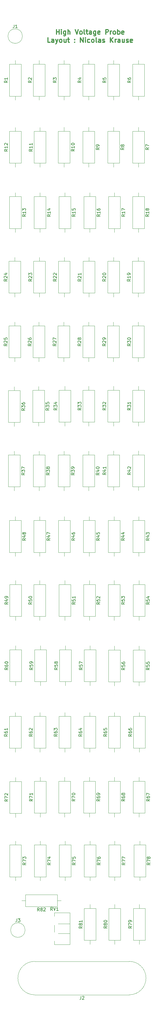
<source format=gto>
%TF.GenerationSoftware,KiCad,Pcbnew,(5.1.6)-1*%
%TF.CreationDate,2020-11-11T15:34:42-07:00*%
%TF.ProjectId,HVProbe,48565072-6f62-4652-9e6b-696361645f70,rev?*%
%TF.SameCoordinates,Original*%
%TF.FileFunction,Legend,Top*%
%TF.FilePolarity,Positive*%
%FSLAX46Y46*%
G04 Gerber Fmt 4.6, Leading zero omitted, Abs format (unit mm)*
G04 Created by KiCad (PCBNEW (5.1.6)-1) date 2020-11-11 15:34:42*
%MOMM*%
%LPD*%
G01*
G04 APERTURE LIST*
%ADD10C,0.300000*%
%ADD11C,0.120000*%
%ADD12C,0.150000*%
G04 APERTURE END LIST*
D10*
X91449902Y-27719491D02*
X91449902Y-26219491D01*
X91449902Y-26933777D02*
X92307045Y-26933777D01*
X92307045Y-27719491D02*
X92307045Y-26219491D01*
X93021331Y-27719491D02*
X93021331Y-26719491D01*
X93021331Y-26219491D02*
X92949902Y-26290920D01*
X93021331Y-26362348D01*
X93092760Y-26290920D01*
X93021331Y-26219491D01*
X93021331Y-26362348D01*
X94378474Y-26719491D02*
X94378474Y-27933777D01*
X94307045Y-28076634D01*
X94235617Y-28148062D01*
X94092760Y-28219491D01*
X93878474Y-28219491D01*
X93735617Y-28148062D01*
X94378474Y-27648062D02*
X94235617Y-27719491D01*
X93949902Y-27719491D01*
X93807045Y-27648062D01*
X93735617Y-27576634D01*
X93664188Y-27433777D01*
X93664188Y-27005205D01*
X93735617Y-26862348D01*
X93807045Y-26790920D01*
X93949902Y-26719491D01*
X94235617Y-26719491D01*
X94378474Y-26790920D01*
X95092760Y-27719491D02*
X95092760Y-26219491D01*
X95735617Y-27719491D02*
X95735617Y-26933777D01*
X95664188Y-26790920D01*
X95521331Y-26719491D01*
X95307045Y-26719491D01*
X95164188Y-26790920D01*
X95092760Y-26862348D01*
X97378474Y-26219491D02*
X97878474Y-27719491D01*
X98378474Y-26219491D01*
X99092760Y-27719491D02*
X98949902Y-27648062D01*
X98878474Y-27576634D01*
X98807045Y-27433777D01*
X98807045Y-27005205D01*
X98878474Y-26862348D01*
X98949902Y-26790920D01*
X99092760Y-26719491D01*
X99307045Y-26719491D01*
X99449902Y-26790920D01*
X99521331Y-26862348D01*
X99592760Y-27005205D01*
X99592760Y-27433777D01*
X99521331Y-27576634D01*
X99449902Y-27648062D01*
X99307045Y-27719491D01*
X99092760Y-27719491D01*
X100449902Y-27719491D02*
X100307045Y-27648062D01*
X100235617Y-27505205D01*
X100235617Y-26219491D01*
X100807045Y-26719491D02*
X101378474Y-26719491D01*
X101021331Y-26219491D02*
X101021331Y-27505205D01*
X101092760Y-27648062D01*
X101235617Y-27719491D01*
X101378474Y-27719491D01*
X102521331Y-27719491D02*
X102521331Y-26933777D01*
X102449902Y-26790920D01*
X102307045Y-26719491D01*
X102021331Y-26719491D01*
X101878474Y-26790920D01*
X102521331Y-27648062D02*
X102378474Y-27719491D01*
X102021331Y-27719491D01*
X101878474Y-27648062D01*
X101807045Y-27505205D01*
X101807045Y-27362348D01*
X101878474Y-27219491D01*
X102021331Y-27148062D01*
X102378474Y-27148062D01*
X102521331Y-27076634D01*
X103878474Y-26719491D02*
X103878474Y-27933777D01*
X103807045Y-28076634D01*
X103735617Y-28148062D01*
X103592760Y-28219491D01*
X103378474Y-28219491D01*
X103235617Y-28148062D01*
X103878474Y-27648062D02*
X103735617Y-27719491D01*
X103449902Y-27719491D01*
X103307045Y-27648062D01*
X103235617Y-27576634D01*
X103164188Y-27433777D01*
X103164188Y-27005205D01*
X103235617Y-26862348D01*
X103307045Y-26790920D01*
X103449902Y-26719491D01*
X103735617Y-26719491D01*
X103878474Y-26790920D01*
X105164188Y-27648062D02*
X105021331Y-27719491D01*
X104735617Y-27719491D01*
X104592760Y-27648062D01*
X104521331Y-27505205D01*
X104521331Y-26933777D01*
X104592760Y-26790920D01*
X104735617Y-26719491D01*
X105021331Y-26719491D01*
X105164188Y-26790920D01*
X105235617Y-26933777D01*
X105235617Y-27076634D01*
X104521331Y-27219491D01*
X107021331Y-27719491D02*
X107021331Y-26219491D01*
X107592760Y-26219491D01*
X107735617Y-26290920D01*
X107807045Y-26362348D01*
X107878474Y-26505205D01*
X107878474Y-26719491D01*
X107807045Y-26862348D01*
X107735617Y-26933777D01*
X107592760Y-27005205D01*
X107021331Y-27005205D01*
X108521331Y-27719491D02*
X108521331Y-26719491D01*
X108521331Y-27005205D02*
X108592760Y-26862348D01*
X108664188Y-26790920D01*
X108807045Y-26719491D01*
X108949902Y-26719491D01*
X109664188Y-27719491D02*
X109521331Y-27648062D01*
X109449902Y-27576634D01*
X109378474Y-27433777D01*
X109378474Y-27005205D01*
X109449902Y-26862348D01*
X109521331Y-26790920D01*
X109664188Y-26719491D01*
X109878474Y-26719491D01*
X110021331Y-26790920D01*
X110092760Y-26862348D01*
X110164188Y-27005205D01*
X110164188Y-27433777D01*
X110092760Y-27576634D01*
X110021331Y-27648062D01*
X109878474Y-27719491D01*
X109664188Y-27719491D01*
X110807045Y-27719491D02*
X110807045Y-26219491D01*
X110807045Y-26790920D02*
X110949902Y-26719491D01*
X111235617Y-26719491D01*
X111378474Y-26790920D01*
X111449902Y-26862348D01*
X111521331Y-27005205D01*
X111521331Y-27433777D01*
X111449902Y-27576634D01*
X111378474Y-27648062D01*
X111235617Y-27719491D01*
X110949902Y-27719491D01*
X110807045Y-27648062D01*
X112735617Y-27648062D02*
X112592760Y-27719491D01*
X112307045Y-27719491D01*
X112164188Y-27648062D01*
X112092760Y-27505205D01*
X112092760Y-26933777D01*
X112164188Y-26790920D01*
X112307045Y-26719491D01*
X112592760Y-26719491D01*
X112735617Y-26790920D01*
X112807045Y-26933777D01*
X112807045Y-27076634D01*
X112092760Y-27219491D01*
X89485617Y-30269491D02*
X88771331Y-30269491D01*
X88771331Y-28769491D01*
X90628474Y-30269491D02*
X90628474Y-29483777D01*
X90557045Y-29340920D01*
X90414188Y-29269491D01*
X90128474Y-29269491D01*
X89985617Y-29340920D01*
X90628474Y-30198062D02*
X90485617Y-30269491D01*
X90128474Y-30269491D01*
X89985617Y-30198062D01*
X89914188Y-30055205D01*
X89914188Y-29912348D01*
X89985617Y-29769491D01*
X90128474Y-29698062D01*
X90485617Y-29698062D01*
X90628474Y-29626634D01*
X91199902Y-29269491D02*
X91557045Y-30269491D01*
X91914188Y-29269491D02*
X91557045Y-30269491D01*
X91414188Y-30626634D01*
X91342760Y-30698062D01*
X91199902Y-30769491D01*
X92699902Y-30269491D02*
X92557045Y-30198062D01*
X92485617Y-30126634D01*
X92414188Y-29983777D01*
X92414188Y-29555205D01*
X92485617Y-29412348D01*
X92557045Y-29340920D01*
X92699902Y-29269491D01*
X92914188Y-29269491D01*
X93057045Y-29340920D01*
X93128474Y-29412348D01*
X93199902Y-29555205D01*
X93199902Y-29983777D01*
X93128474Y-30126634D01*
X93057045Y-30198062D01*
X92914188Y-30269491D01*
X92699902Y-30269491D01*
X94485617Y-29269491D02*
X94485617Y-30269491D01*
X93842760Y-29269491D02*
X93842760Y-30055205D01*
X93914188Y-30198062D01*
X94057045Y-30269491D01*
X94271331Y-30269491D01*
X94414188Y-30198062D01*
X94485617Y-30126634D01*
X94985617Y-29269491D02*
X95557045Y-29269491D01*
X95199902Y-28769491D02*
X95199902Y-30055205D01*
X95271331Y-30198062D01*
X95414188Y-30269491D01*
X95557045Y-30269491D01*
X97199902Y-30126634D02*
X97271331Y-30198062D01*
X97199902Y-30269491D01*
X97128474Y-30198062D01*
X97199902Y-30126634D01*
X97199902Y-30269491D01*
X97199902Y-29340920D02*
X97271331Y-29412348D01*
X97199902Y-29483777D01*
X97128474Y-29412348D01*
X97199902Y-29340920D01*
X97199902Y-29483777D01*
X99057045Y-30269491D02*
X99057045Y-28769491D01*
X99914188Y-30269491D01*
X99914188Y-28769491D01*
X100628474Y-30269491D02*
X100628474Y-29269491D01*
X100628474Y-28769491D02*
X100557045Y-28840920D01*
X100628474Y-28912348D01*
X100699902Y-28840920D01*
X100628474Y-28769491D01*
X100628474Y-28912348D01*
X101985617Y-30198062D02*
X101842760Y-30269491D01*
X101557045Y-30269491D01*
X101414188Y-30198062D01*
X101342760Y-30126634D01*
X101271331Y-29983777D01*
X101271331Y-29555205D01*
X101342760Y-29412348D01*
X101414188Y-29340920D01*
X101557045Y-29269491D01*
X101842760Y-29269491D01*
X101985617Y-29340920D01*
X102842760Y-30269491D02*
X102699902Y-30198062D01*
X102628474Y-30126634D01*
X102557045Y-29983777D01*
X102557045Y-29555205D01*
X102628474Y-29412348D01*
X102699902Y-29340920D01*
X102842760Y-29269491D01*
X103057045Y-29269491D01*
X103199902Y-29340920D01*
X103271331Y-29412348D01*
X103342760Y-29555205D01*
X103342760Y-29983777D01*
X103271331Y-30126634D01*
X103199902Y-30198062D01*
X103057045Y-30269491D01*
X102842760Y-30269491D01*
X104199902Y-30269491D02*
X104057045Y-30198062D01*
X103985617Y-30055205D01*
X103985617Y-28769491D01*
X105414188Y-30269491D02*
X105414188Y-29483777D01*
X105342760Y-29340920D01*
X105199902Y-29269491D01*
X104914188Y-29269491D01*
X104771331Y-29340920D01*
X105414188Y-30198062D02*
X105271331Y-30269491D01*
X104914188Y-30269491D01*
X104771331Y-30198062D01*
X104699902Y-30055205D01*
X104699902Y-29912348D01*
X104771331Y-29769491D01*
X104914188Y-29698062D01*
X105271331Y-29698062D01*
X105414188Y-29626634D01*
X106057045Y-30198062D02*
X106199902Y-30269491D01*
X106485617Y-30269491D01*
X106628474Y-30198062D01*
X106699902Y-30055205D01*
X106699902Y-29983777D01*
X106628474Y-29840920D01*
X106485617Y-29769491D01*
X106271331Y-29769491D01*
X106128474Y-29698062D01*
X106057045Y-29555205D01*
X106057045Y-29483777D01*
X106128474Y-29340920D01*
X106271331Y-29269491D01*
X106485617Y-29269491D01*
X106628474Y-29340920D01*
X108485617Y-30269491D02*
X108485617Y-28769491D01*
X109342760Y-30269491D02*
X108699902Y-29412348D01*
X109342760Y-28769491D02*
X108485617Y-29626634D01*
X109985617Y-30269491D02*
X109985617Y-29269491D01*
X109985617Y-29555205D02*
X110057045Y-29412348D01*
X110128474Y-29340920D01*
X110271331Y-29269491D01*
X110414188Y-29269491D01*
X111557045Y-30269491D02*
X111557045Y-29483777D01*
X111485617Y-29340920D01*
X111342760Y-29269491D01*
X111057045Y-29269491D01*
X110914188Y-29340920D01*
X111557045Y-30198062D02*
X111414188Y-30269491D01*
X111057045Y-30269491D01*
X110914188Y-30198062D01*
X110842760Y-30055205D01*
X110842760Y-29912348D01*
X110914188Y-29769491D01*
X111057045Y-29698062D01*
X111414188Y-29698062D01*
X111557045Y-29626634D01*
X112914188Y-29269491D02*
X112914188Y-30269491D01*
X112271331Y-29269491D02*
X112271331Y-30055205D01*
X112342760Y-30198062D01*
X112485617Y-30269491D01*
X112699902Y-30269491D01*
X112842760Y-30198062D01*
X112914188Y-30126634D01*
X113557045Y-30198062D02*
X113699902Y-30269491D01*
X113985617Y-30269491D01*
X114128474Y-30198062D01*
X114199902Y-30055205D01*
X114199902Y-29983777D01*
X114128474Y-29840920D01*
X113985617Y-29769491D01*
X113771331Y-29769491D01*
X113628474Y-29698062D01*
X113557045Y-29555205D01*
X113557045Y-29483777D01*
X113628474Y-29340920D01*
X113771331Y-29269491D01*
X113985617Y-29269491D01*
X114128474Y-29340920D01*
X115414188Y-30198062D02*
X115271331Y-30269491D01*
X114985617Y-30269491D01*
X114842760Y-30198062D01*
X114771331Y-30055205D01*
X114771331Y-29483777D01*
X114842760Y-29340920D01*
X114985617Y-29269491D01*
X115271331Y-29269491D01*
X115414188Y-29340920D01*
X115485617Y-29483777D01*
X115485617Y-29626634D01*
X114771331Y-29769491D01*
D11*
%TO.C,RV1*%
X95682140Y-307136360D02*
X95682140Y-310257360D01*
X90761140Y-307561360D02*
X90761140Y-309831360D01*
X92007140Y-310257360D02*
X95682140Y-310257360D01*
X92007140Y-307136360D02*
X95682140Y-307136360D01*
X90761140Y-307561360D02*
X90761140Y-309831360D01*
X90761140Y-303735360D02*
X90761140Y-304831360D01*
X90761140Y-312561360D02*
X90761140Y-313656360D01*
X95682140Y-303735360D02*
X95682140Y-313656360D01*
X90761140Y-313656360D02*
X95682140Y-313656360D01*
X90761140Y-303735360D02*
X95682140Y-303735360D01*
%TO.C,R40*%
X101678740Y-171116480D02*
X101678740Y-169886480D01*
X101678740Y-158636480D02*
X101678740Y-159866480D01*
X103538740Y-169886480D02*
X103538740Y-159866480D01*
X99818740Y-169886480D02*
X103538740Y-169886480D01*
X99818740Y-159866480D02*
X99818740Y-169886480D01*
X103538740Y-159866480D02*
X99818740Y-159866480D01*
%TO.C,R37*%
X79980748Y-159866480D02*
X76260748Y-159866480D01*
X76260748Y-159866480D02*
X76260748Y-169886480D01*
X76260748Y-169886480D02*
X79980748Y-169886480D01*
X79980748Y-169886480D02*
X79980748Y-159866480D01*
X78120748Y-158636480D02*
X78120748Y-159866480D01*
X78120748Y-171116480D02*
X78120748Y-169886480D01*
%TO.C,R38*%
X85973412Y-171116480D02*
X85973412Y-169886480D01*
X85973412Y-158636480D02*
X85973412Y-159866480D01*
X87833412Y-169886480D02*
X87833412Y-159866480D01*
X84113412Y-169886480D02*
X87833412Y-169886480D01*
X84113412Y-159866480D02*
X84113412Y-169886480D01*
X87833412Y-159866480D02*
X84113412Y-159866480D01*
%TO.C,R39*%
X95686076Y-159866480D02*
X91966076Y-159866480D01*
X91966076Y-159866480D02*
X91966076Y-169886480D01*
X91966076Y-169886480D02*
X95686076Y-169886480D01*
X95686076Y-169886480D02*
X95686076Y-159866480D01*
X93826076Y-158636480D02*
X93826076Y-159866480D01*
X93826076Y-171116480D02*
X93826076Y-169886480D01*
%TO.C,R18*%
X119230860Y-78691012D02*
X115510860Y-78691012D01*
X115510860Y-78691012D02*
X115510860Y-88711012D01*
X115510860Y-88711012D02*
X119230860Y-88711012D01*
X119230860Y-88711012D02*
X119230860Y-78691012D01*
X117370860Y-77461012D02*
X117370860Y-78691012D01*
X117370860Y-89941012D02*
X117370860Y-88711012D01*
%TO.C,R15*%
X94101412Y-89941012D02*
X94101412Y-88711012D01*
X94101412Y-77461012D02*
X94101412Y-78691012D01*
X95961412Y-88711012D02*
X95961412Y-78691012D01*
X92241412Y-88711012D02*
X95961412Y-88711012D01*
X92241412Y-78691012D02*
X92241412Y-88711012D01*
X95961412Y-78691012D02*
X92241412Y-78691012D01*
%TO.C,R17*%
X109795564Y-89941012D02*
X109795564Y-88711012D01*
X109795564Y-77461012D02*
X109795564Y-78691012D01*
X111655564Y-88711012D02*
X111655564Y-78691012D01*
X107935564Y-88711012D02*
X111655564Y-88711012D01*
X107935564Y-78691012D02*
X107935564Y-88711012D01*
X111655564Y-78691012D02*
X107935564Y-78691012D01*
%TO.C,R16*%
X103808488Y-78691012D02*
X100088488Y-78691012D01*
X100088488Y-78691012D02*
X100088488Y-88711012D01*
X100088488Y-88711012D02*
X103808488Y-88711012D01*
X103808488Y-88711012D02*
X103808488Y-78691012D01*
X101948488Y-77461012D02*
X101948488Y-78691012D01*
X101948488Y-89941012D02*
X101948488Y-88711012D01*
%TO.C,R13*%
X78407260Y-89941012D02*
X78407260Y-88711012D01*
X78407260Y-77461012D02*
X78407260Y-78691012D01*
X80267260Y-88711012D02*
X80267260Y-78691012D01*
X76547260Y-88711012D02*
X80267260Y-88711012D01*
X76547260Y-78691012D02*
X76547260Y-88711012D01*
X80267260Y-78691012D02*
X76547260Y-78691012D01*
%TO.C,R14*%
X88114336Y-78691012D02*
X84394336Y-78691012D01*
X84394336Y-78691012D02*
X84394336Y-88711012D01*
X84394336Y-88711012D02*
X88114336Y-88711012D01*
X88114336Y-88711012D02*
X88114336Y-78691012D01*
X86254336Y-77461012D02*
X86254336Y-78691012D01*
X86254336Y-89941012D02*
X86254336Y-88711012D01*
%TO.C,J1*%
X80698340Y-28287980D02*
G75*
G03*
X80698340Y-28287980I-2286000J0D01*
G01*
%TO.C,J2*%
X114520980Y-318996240D02*
X84520980Y-318996240D01*
X84520980Y-329496240D02*
X114520980Y-329496240D01*
X114520980Y-329496240D02*
G75*
G03*
X114520980Y-318996240I0J5250000D01*
G01*
X84520980Y-318996240D02*
G75*
G03*
X84520980Y-329496240I0J-5250000D01*
G01*
%TO.C,J3*%
X81546700Y-309163720D02*
G75*
G03*
X81546700Y-309163720I-2286000J0D01*
G01*
%TO.C,R1*%
X78409800Y-35893520D02*
X78409800Y-37123520D01*
X78409800Y-48373520D02*
X78409800Y-47143520D01*
X76549800Y-37123520D02*
X76549800Y-47143520D01*
X80269800Y-37123520D02*
X76549800Y-37123520D01*
X80269800Y-47143520D02*
X80269800Y-37123520D01*
X76549800Y-47143520D02*
X80269800Y-47143520D01*
%TO.C,R2*%
X85985096Y-35893520D02*
X85985096Y-37123520D01*
X85985096Y-48373520D02*
X85985096Y-47143520D01*
X84125096Y-37123520D02*
X84125096Y-47143520D01*
X87845096Y-37123520D02*
X84125096Y-37123520D01*
X87845096Y-47143520D02*
X87845096Y-37123520D01*
X84125096Y-47143520D02*
X87845096Y-47143520D01*
%TO.C,R3*%
X91972172Y-47143520D02*
X95692172Y-47143520D01*
X95692172Y-47143520D02*
X95692172Y-37123520D01*
X95692172Y-37123520D02*
X91972172Y-37123520D01*
X91972172Y-37123520D02*
X91972172Y-47143520D01*
X93832172Y-48373520D02*
X93832172Y-47143520D01*
X93832172Y-35893520D02*
X93832172Y-37123520D01*
%TO.C,R4*%
X101679248Y-35893520D02*
X101679248Y-37123520D01*
X101679248Y-48373520D02*
X101679248Y-47143520D01*
X99819248Y-37123520D02*
X99819248Y-47143520D01*
X103539248Y-37123520D02*
X99819248Y-37123520D01*
X103539248Y-47143520D02*
X103539248Y-37123520D01*
X99819248Y-47143520D02*
X103539248Y-47143520D01*
%TO.C,R5*%
X107666324Y-47143520D02*
X111386324Y-47143520D01*
X111386324Y-47143520D02*
X111386324Y-37123520D01*
X111386324Y-37123520D02*
X107666324Y-37123520D01*
X107666324Y-37123520D02*
X107666324Y-47143520D01*
X109526324Y-48373520D02*
X109526324Y-47143520D01*
X109526324Y-35893520D02*
X109526324Y-37123520D01*
%TO.C,R6*%
X117373400Y-35893520D02*
X117373400Y-37123520D01*
X117373400Y-48373520D02*
X117373400Y-47143520D01*
X115513400Y-37123520D02*
X115513400Y-47143520D01*
X119233400Y-37123520D02*
X115513400Y-37123520D01*
X119233400Y-47143520D02*
X119233400Y-37123520D01*
X115513400Y-47143520D02*
X119233400Y-47143520D01*
%TO.C,R7*%
X119233400Y-58167420D02*
X115513400Y-58167420D01*
X115513400Y-58167420D02*
X115513400Y-68187420D01*
X115513400Y-68187420D02*
X119233400Y-68187420D01*
X119233400Y-68187420D02*
X119233400Y-58167420D01*
X117373400Y-56937420D02*
X117373400Y-58167420D01*
X117373400Y-69417420D02*
X117373400Y-68187420D01*
%TO.C,R8*%
X109526324Y-69417420D02*
X109526324Y-68187420D01*
X109526324Y-56937420D02*
X109526324Y-58167420D01*
X111386324Y-68187420D02*
X111386324Y-58167420D01*
X107666324Y-68187420D02*
X111386324Y-68187420D01*
X107666324Y-58167420D02*
X107666324Y-68187420D01*
X111386324Y-58167420D02*
X107666324Y-58167420D01*
%TO.C,R9*%
X103539248Y-58167420D02*
X99819248Y-58167420D01*
X99819248Y-58167420D02*
X99819248Y-68187420D01*
X99819248Y-68187420D02*
X103539248Y-68187420D01*
X103539248Y-68187420D02*
X103539248Y-58167420D01*
X101679248Y-56937420D02*
X101679248Y-58167420D01*
X101679248Y-69417420D02*
X101679248Y-68187420D01*
%TO.C,R10*%
X93832172Y-69417420D02*
X93832172Y-68187420D01*
X93832172Y-56937420D02*
X93832172Y-58167420D01*
X95692172Y-68187420D02*
X95692172Y-58167420D01*
X91972172Y-68187420D02*
X95692172Y-68187420D01*
X91972172Y-58167420D02*
X91972172Y-68187420D01*
X95692172Y-58167420D02*
X91972172Y-58167420D01*
%TO.C,R20*%
X109482636Y-97757760D02*
X109482636Y-98987760D01*
X109482636Y-110237760D02*
X109482636Y-109007760D01*
X107622636Y-98987760D02*
X107622636Y-109007760D01*
X111342636Y-98987760D02*
X107622636Y-98987760D01*
X111342636Y-109007760D02*
X111342636Y-98987760D01*
X107622636Y-109007760D02*
X111342636Y-109007760D01*
%TO.C,R19*%
X117276880Y-97757760D02*
X117276880Y-98987760D01*
X117276880Y-110237760D02*
X117276880Y-109007760D01*
X115416880Y-98987760D02*
X115416880Y-109007760D01*
X119136880Y-98987760D02*
X115416880Y-98987760D01*
X119136880Y-109007760D02*
X119136880Y-98987760D01*
X115416880Y-109007760D02*
X119136880Y-109007760D01*
%TO.C,R12*%
X76562500Y-68197420D02*
X80282500Y-68197420D01*
X80282500Y-68197420D02*
X80282500Y-58177420D01*
X80282500Y-58177420D02*
X76562500Y-58177420D01*
X76562500Y-58177420D02*
X76562500Y-68197420D01*
X78422500Y-69427420D02*
X78422500Y-68197420D01*
X78422500Y-56947420D02*
X78422500Y-58177420D01*
%TO.C,R11*%
X86240620Y-56947420D02*
X86240620Y-58177420D01*
X86240620Y-69427420D02*
X86240620Y-68197420D01*
X84380620Y-58177420D02*
X84380620Y-68197420D01*
X88100620Y-58177420D02*
X84380620Y-58177420D01*
X88100620Y-68197420D02*
X88100620Y-58177420D01*
X84380620Y-68197420D02*
X88100620Y-68197420D01*
%TO.C,R21*%
X99828392Y-109007760D02*
X103548392Y-109007760D01*
X103548392Y-109007760D02*
X103548392Y-98987760D01*
X103548392Y-98987760D02*
X99828392Y-98987760D01*
X99828392Y-98987760D02*
X99828392Y-109007760D01*
X101688392Y-110237760D02*
X101688392Y-109007760D01*
X101688392Y-97757760D02*
X101688392Y-98987760D01*
%TO.C,R22*%
X93894148Y-97757760D02*
X93894148Y-98987760D01*
X93894148Y-110237760D02*
X93894148Y-109007760D01*
X92034148Y-98987760D02*
X92034148Y-109007760D01*
X95754148Y-98987760D02*
X92034148Y-98987760D01*
X95754148Y-109007760D02*
X95754148Y-98987760D01*
X92034148Y-109007760D02*
X95754148Y-109007760D01*
%TO.C,R23*%
X84239904Y-109007760D02*
X87959904Y-109007760D01*
X87959904Y-109007760D02*
X87959904Y-98987760D01*
X87959904Y-98987760D02*
X84239904Y-98987760D01*
X84239904Y-98987760D02*
X84239904Y-109007760D01*
X86099904Y-110237760D02*
X86099904Y-109007760D01*
X86099904Y-97757760D02*
X86099904Y-98987760D01*
%TO.C,R24*%
X76445660Y-109007760D02*
X80165660Y-109007760D01*
X80165660Y-109007760D02*
X80165660Y-98987760D01*
X80165660Y-98987760D02*
X76445660Y-98987760D01*
X76445660Y-98987760D02*
X76445660Y-109007760D01*
X78305660Y-110237760D02*
X78305660Y-109007760D01*
X78305660Y-97757760D02*
X78305660Y-98987760D01*
%TO.C,R25*%
X78298040Y-118075220D02*
X78298040Y-119305220D01*
X78298040Y-130555220D02*
X78298040Y-129325220D01*
X76438040Y-119305220D02*
X76438040Y-129325220D01*
X80158040Y-119305220D02*
X76438040Y-119305220D01*
X80158040Y-129325220D02*
X80158040Y-119305220D01*
X76438040Y-129325220D02*
X80158040Y-129325220D01*
%TO.C,R26*%
X84066676Y-129325220D02*
X87786676Y-129325220D01*
X87786676Y-129325220D02*
X87786676Y-119305220D01*
X87786676Y-119305220D02*
X84066676Y-119305220D01*
X84066676Y-119305220D02*
X84066676Y-129325220D01*
X85926676Y-130555220D02*
X85926676Y-129325220D01*
X85926676Y-118075220D02*
X85926676Y-119305220D01*
%TO.C,R27*%
X93773752Y-118075220D02*
X93773752Y-119305220D01*
X93773752Y-130555220D02*
X93773752Y-129325220D01*
X91913752Y-119305220D02*
X91913752Y-129325220D01*
X95633752Y-119305220D02*
X91913752Y-119305220D01*
X95633752Y-129325220D02*
X95633752Y-119305220D01*
X91913752Y-129325220D02*
X95633752Y-129325220D01*
%TO.C,R28*%
X99760828Y-129325220D02*
X103480828Y-129325220D01*
X103480828Y-129325220D02*
X103480828Y-119305220D01*
X103480828Y-119305220D02*
X99760828Y-119305220D01*
X99760828Y-119305220D02*
X99760828Y-129325220D01*
X101620828Y-130555220D02*
X101620828Y-129325220D01*
X101620828Y-118075220D02*
X101620828Y-119305220D01*
%TO.C,R29*%
X109467904Y-118075220D02*
X109467904Y-119305220D01*
X109467904Y-130555220D02*
X109467904Y-129325220D01*
X107607904Y-119305220D02*
X107607904Y-129325220D01*
X111327904Y-119305220D02*
X107607904Y-119305220D01*
X111327904Y-129325220D02*
X111327904Y-119305220D01*
X107607904Y-129325220D02*
X111327904Y-129325220D01*
%TO.C,R30*%
X115454980Y-129325220D02*
X119174980Y-129325220D01*
X119174980Y-129325220D02*
X119174980Y-119305220D01*
X119174980Y-119305220D02*
X115454980Y-119305220D01*
X115454980Y-119305220D02*
X115454980Y-129325220D01*
X117314980Y-130555220D02*
X117314980Y-129325220D01*
X117314980Y-118075220D02*
X117314980Y-119305220D01*
%TO.C,R36*%
X78140560Y-150885380D02*
X78140560Y-149655380D01*
X78140560Y-138405380D02*
X78140560Y-139635380D01*
X80000560Y-149655380D02*
X80000560Y-139635380D01*
X76280560Y-149655380D02*
X80000560Y-149655380D01*
X76280560Y-139635380D02*
X76280560Y-149655380D01*
X80000560Y-139635380D02*
X76280560Y-139635380D01*
%TO.C,R35*%
X87673900Y-139554100D02*
X83953900Y-139554100D01*
X83953900Y-139554100D02*
X83953900Y-149574100D01*
X83953900Y-149574100D02*
X87673900Y-149574100D01*
X87673900Y-149574100D02*
X87673900Y-139554100D01*
X85813900Y-138324100D02*
X85813900Y-139554100D01*
X85813900Y-150804100D02*
X85813900Y-149574100D01*
%TO.C,R34*%
X94079060Y-138291080D02*
X94079060Y-139521080D01*
X94079060Y-150771080D02*
X94079060Y-149541080D01*
X92219060Y-139521080D02*
X92219060Y-149541080D01*
X95939060Y-139521080D02*
X92219060Y-139521080D01*
X95939060Y-149541080D02*
X95939060Y-139521080D01*
X92219060Y-149541080D02*
X95939060Y-149541080D01*
%TO.C,R33*%
X99794356Y-149541080D02*
X103514356Y-149541080D01*
X103514356Y-149541080D02*
X103514356Y-139521080D01*
X103514356Y-139521080D02*
X99794356Y-139521080D01*
X99794356Y-139521080D02*
X99794356Y-149541080D01*
X101654356Y-150771080D02*
X101654356Y-149541080D01*
X101654356Y-138291080D02*
X101654356Y-139521080D01*
%TO.C,R32*%
X109501432Y-138291080D02*
X109501432Y-139521080D01*
X109501432Y-150771080D02*
X109501432Y-149541080D01*
X107641432Y-139521080D02*
X107641432Y-149541080D01*
X111361432Y-139521080D02*
X107641432Y-139521080D01*
X111361432Y-149541080D02*
X111361432Y-139521080D01*
X107641432Y-149541080D02*
X111361432Y-149541080D01*
%TO.C,R31*%
X115488508Y-149541080D02*
X119208508Y-149541080D01*
X119208508Y-149541080D02*
X119208508Y-139521080D01*
X119208508Y-139521080D02*
X115488508Y-139521080D01*
X115488508Y-139521080D02*
X115488508Y-149541080D01*
X117348508Y-150771080D02*
X117348508Y-149541080D01*
X117348508Y-138291080D02*
X117348508Y-139521080D01*
%TO.C,R41*%
X107666324Y-169843300D02*
X111386324Y-169843300D01*
X111386324Y-169843300D02*
X111386324Y-159823300D01*
X111386324Y-159823300D02*
X107666324Y-159823300D01*
X107666324Y-159823300D02*
X107666324Y-169843300D01*
X109526324Y-171073300D02*
X109526324Y-169843300D01*
X109526324Y-158593300D02*
X109526324Y-159823300D01*
%TO.C,R42*%
X117373400Y-158593300D02*
X117373400Y-159823300D01*
X117373400Y-171073300D02*
X117373400Y-169843300D01*
X115513400Y-159823300D02*
X115513400Y-169843300D01*
X119233400Y-159823300D02*
X115513400Y-159823300D01*
X119233400Y-169843300D02*
X119233400Y-159823300D01*
X115513400Y-169843300D02*
X119233400Y-169843300D01*
%TO.C,R43*%
X119357860Y-180453180D02*
X115637860Y-180453180D01*
X115637860Y-180453180D02*
X115637860Y-190473180D01*
X115637860Y-190473180D02*
X119357860Y-190473180D01*
X119357860Y-190473180D02*
X119357860Y-180453180D01*
X117497860Y-179223180D02*
X117497860Y-180453180D01*
X117497860Y-191703180D02*
X117497860Y-190473180D01*
%TO.C,R44*%
X109650784Y-191703180D02*
X109650784Y-190473180D01*
X109650784Y-179223180D02*
X109650784Y-180453180D01*
X111510784Y-190473180D02*
X111510784Y-180453180D01*
X107790784Y-190473180D02*
X111510784Y-190473180D01*
X107790784Y-180453180D02*
X107790784Y-190473180D01*
X111510784Y-180453180D02*
X107790784Y-180453180D01*
%TO.C,R45*%
X103663708Y-180453180D02*
X99943708Y-180453180D01*
X99943708Y-180453180D02*
X99943708Y-190473180D01*
X99943708Y-190473180D02*
X103663708Y-190473180D01*
X103663708Y-190473180D02*
X103663708Y-180453180D01*
X101803708Y-179223180D02*
X101803708Y-180453180D01*
X101803708Y-191703180D02*
X101803708Y-190473180D01*
%TO.C,R46*%
X93956632Y-191703180D02*
X93956632Y-190473180D01*
X93956632Y-179223180D02*
X93956632Y-180453180D01*
X95816632Y-190473180D02*
X95816632Y-180453180D01*
X92096632Y-190473180D02*
X95816632Y-190473180D01*
X92096632Y-180453180D02*
X92096632Y-190473180D01*
X95816632Y-180453180D02*
X92096632Y-180453180D01*
%TO.C,R47*%
X87969556Y-180453180D02*
X84249556Y-180453180D01*
X84249556Y-180453180D02*
X84249556Y-190473180D01*
X84249556Y-190473180D02*
X87969556Y-190473180D01*
X87969556Y-190473180D02*
X87969556Y-180453180D01*
X86109556Y-179223180D02*
X86109556Y-180453180D01*
X86109556Y-191703180D02*
X86109556Y-190473180D01*
%TO.C,R48*%
X78409800Y-191703180D02*
X78409800Y-190473180D01*
X78409800Y-179223180D02*
X78409800Y-180453180D01*
X80269800Y-190473180D02*
X80269800Y-180453180D01*
X76549800Y-190473180D02*
X80269800Y-190473180D01*
X76549800Y-180453180D02*
X76549800Y-190473180D01*
X80269800Y-180453180D02*
X76549800Y-180453180D01*
%TO.C,R49*%
X76684420Y-210573172D02*
X80404420Y-210573172D01*
X80404420Y-210573172D02*
X80404420Y-200553172D01*
X80404420Y-200553172D02*
X76684420Y-200553172D01*
X76684420Y-200553172D02*
X76684420Y-210573172D01*
X78544420Y-211803172D02*
X78544420Y-210573172D01*
X78544420Y-199323172D02*
X78544420Y-200553172D01*
%TO.C,R50*%
X86119716Y-199323172D02*
X86119716Y-200553172D01*
X86119716Y-211803172D02*
X86119716Y-210573172D01*
X84259716Y-200553172D02*
X84259716Y-210573172D01*
X87979716Y-200553172D02*
X84259716Y-200553172D01*
X87979716Y-210573172D02*
X87979716Y-200553172D01*
X84259716Y-210573172D02*
X87979716Y-210573172D01*
%TO.C,R60*%
X76699152Y-231093832D02*
X80419152Y-231093832D01*
X80419152Y-231093832D02*
X80419152Y-221073832D01*
X80419152Y-221073832D02*
X76699152Y-221073832D01*
X76699152Y-221073832D02*
X76699152Y-231093832D01*
X78559152Y-232323832D02*
X78559152Y-231093832D01*
X78559152Y-219843832D02*
X78559152Y-221073832D01*
%TO.C,R59*%
X84546228Y-231093832D02*
X88266228Y-231093832D01*
X88266228Y-231093832D02*
X88266228Y-221073832D01*
X88266228Y-221073832D02*
X84546228Y-221073832D01*
X84546228Y-221073832D02*
X84546228Y-231093832D01*
X86406228Y-232323832D02*
X86406228Y-231093832D01*
X86406228Y-219843832D02*
X86406228Y-221073832D01*
%TO.C,R58*%
X92393304Y-231093832D02*
X96113304Y-231093832D01*
X96113304Y-231093832D02*
X96113304Y-221073832D01*
X96113304Y-221073832D02*
X92393304Y-221073832D01*
X92393304Y-221073832D02*
X92393304Y-231093832D01*
X94253304Y-232323832D02*
X94253304Y-231093832D01*
X94253304Y-219843832D02*
X94253304Y-221073832D01*
%TO.C,R57*%
X102100380Y-219843832D02*
X102100380Y-221073832D01*
X102100380Y-232323832D02*
X102100380Y-231093832D01*
X100240380Y-221073832D02*
X100240380Y-231093832D01*
X103960380Y-221073832D02*
X100240380Y-221073832D01*
X103960380Y-231093832D02*
X103960380Y-221073832D01*
X100240380Y-231093832D02*
X103960380Y-231093832D01*
%TO.C,R56*%
X111641340Y-221146520D02*
X107921340Y-221146520D01*
X107921340Y-221146520D02*
X107921340Y-231166520D01*
X107921340Y-231166520D02*
X111641340Y-231166520D01*
X111641340Y-231166520D02*
X111641340Y-221146520D01*
X109781340Y-219916520D02*
X109781340Y-221146520D01*
X109781340Y-232396520D02*
X109781340Y-231166520D01*
%TO.C,R55*%
X117543580Y-232396520D02*
X117543580Y-231166520D01*
X117543580Y-219916520D02*
X117543580Y-221146520D01*
X119403580Y-231166520D02*
X119403580Y-221146520D01*
X115683580Y-231166520D02*
X119403580Y-231166520D01*
X115683580Y-221146520D02*
X115683580Y-231166520D01*
X119403580Y-221146520D02*
X115683580Y-221146520D01*
%TO.C,R54*%
X119414248Y-200558216D02*
X115694248Y-200558216D01*
X115694248Y-200558216D02*
X115694248Y-210578216D01*
X115694248Y-210578216D02*
X119414248Y-210578216D01*
X119414248Y-210578216D02*
X119414248Y-200558216D01*
X117554248Y-199328216D02*
X117554248Y-200558216D01*
X117554248Y-211808216D02*
X117554248Y-210578216D01*
%TO.C,R53*%
X109707172Y-211808216D02*
X109707172Y-210578216D01*
X109707172Y-199328216D02*
X109707172Y-200558216D01*
X111567172Y-210578216D02*
X111567172Y-200558216D01*
X107847172Y-210578216D02*
X111567172Y-210578216D01*
X107847172Y-200558216D02*
X107847172Y-210578216D01*
X111567172Y-200558216D02*
X107847172Y-200558216D01*
%TO.C,R52*%
X103720096Y-200558216D02*
X100000096Y-200558216D01*
X100000096Y-200558216D02*
X100000096Y-210578216D01*
X100000096Y-210578216D02*
X103720096Y-210578216D01*
X103720096Y-210578216D02*
X103720096Y-200558216D01*
X101860096Y-199328216D02*
X101860096Y-200558216D01*
X101860096Y-211808216D02*
X101860096Y-210578216D01*
%TO.C,R51*%
X94094300Y-211808216D02*
X94094300Y-210578216D01*
X94094300Y-199328216D02*
X94094300Y-200558216D01*
X95954300Y-210578216D02*
X95954300Y-200558216D01*
X92234300Y-210578216D02*
X95954300Y-210578216D01*
X92234300Y-200558216D02*
X92234300Y-210578216D01*
X95954300Y-200558216D02*
X92234300Y-200558216D01*
%TO.C,R61*%
X76549800Y-252012880D02*
X80269800Y-252012880D01*
X80269800Y-252012880D02*
X80269800Y-241992880D01*
X80269800Y-241992880D02*
X76549800Y-241992880D01*
X76549800Y-241992880D02*
X76549800Y-252012880D01*
X78409800Y-253242880D02*
X78409800Y-252012880D01*
X78409800Y-240762880D02*
X78409800Y-241992880D01*
%TO.C,R62*%
X86254336Y-240762880D02*
X86254336Y-241992880D01*
X86254336Y-253242880D02*
X86254336Y-252012880D01*
X84394336Y-241992880D02*
X84394336Y-252012880D01*
X88114336Y-241992880D02*
X84394336Y-241992880D01*
X88114336Y-252012880D02*
X88114336Y-241992880D01*
X84394336Y-252012880D02*
X88114336Y-252012880D01*
%TO.C,R63*%
X94101412Y-240762880D02*
X94101412Y-241992880D01*
X94101412Y-253242880D02*
X94101412Y-252012880D01*
X92241412Y-241992880D02*
X92241412Y-252012880D01*
X95961412Y-241992880D02*
X92241412Y-241992880D01*
X95961412Y-252012880D02*
X95961412Y-241992880D01*
X92241412Y-252012880D02*
X95961412Y-252012880D01*
%TO.C,R64*%
X100088488Y-252012880D02*
X103808488Y-252012880D01*
X103808488Y-252012880D02*
X103808488Y-241992880D01*
X103808488Y-241992880D02*
X100088488Y-241992880D01*
X100088488Y-241992880D02*
X100088488Y-252012880D01*
X101948488Y-253242880D02*
X101948488Y-252012880D01*
X101948488Y-240762880D02*
X101948488Y-241992880D01*
%TO.C,R65*%
X109795564Y-240762880D02*
X109795564Y-241992880D01*
X109795564Y-253242880D02*
X109795564Y-252012880D01*
X107935564Y-241992880D02*
X107935564Y-252012880D01*
X111655564Y-241992880D02*
X107935564Y-241992880D01*
X111655564Y-252012880D02*
X111655564Y-241992880D01*
X107935564Y-252012880D02*
X111655564Y-252012880D01*
%TO.C,R66*%
X115782640Y-252012880D02*
X119502640Y-252012880D01*
X119502640Y-252012880D02*
X119502640Y-241992880D01*
X119502640Y-241992880D02*
X115782640Y-241992880D01*
X115782640Y-241992880D02*
X115782640Y-252012880D01*
X117642640Y-253242880D02*
X117642640Y-252012880D01*
X117642640Y-240762880D02*
X117642640Y-241992880D01*
%TO.C,R67*%
X117591840Y-273636504D02*
X117591840Y-272406504D01*
X117591840Y-261156504D02*
X117591840Y-262386504D01*
X119451840Y-272406504D02*
X119451840Y-262386504D01*
X115731840Y-272406504D02*
X119451840Y-272406504D01*
X115731840Y-262386504D02*
X115731840Y-272406504D01*
X119451840Y-262386504D02*
X115731840Y-262386504D01*
%TO.C,R68*%
X111604764Y-262386504D02*
X107884764Y-262386504D01*
X107884764Y-262386504D02*
X107884764Y-272406504D01*
X107884764Y-272406504D02*
X111604764Y-272406504D01*
X111604764Y-272406504D02*
X111604764Y-262386504D01*
X109744764Y-261156504D02*
X109744764Y-262386504D01*
X109744764Y-273636504D02*
X109744764Y-272406504D01*
%TO.C,R69*%
X101897688Y-273636504D02*
X101897688Y-272406504D01*
X101897688Y-261156504D02*
X101897688Y-262386504D01*
X103757688Y-272406504D02*
X103757688Y-262386504D01*
X100037688Y-272406504D02*
X103757688Y-272406504D01*
X100037688Y-262386504D02*
X100037688Y-272406504D01*
X103757688Y-262386504D02*
X100037688Y-262386504D01*
%TO.C,R70*%
X95910612Y-262386504D02*
X92190612Y-262386504D01*
X92190612Y-262386504D02*
X92190612Y-272406504D01*
X92190612Y-272406504D02*
X95910612Y-272406504D01*
X95910612Y-272406504D02*
X95910612Y-262386504D01*
X94050612Y-261156504D02*
X94050612Y-262386504D01*
X94050612Y-273636504D02*
X94050612Y-272406504D01*
%TO.C,R80*%
X109861604Y-301099456D02*
X109861604Y-302329456D01*
X109861604Y-313579456D02*
X109861604Y-312349456D01*
X108001604Y-302329456D02*
X108001604Y-312349456D01*
X111721604Y-302329456D02*
X108001604Y-302329456D01*
X111721604Y-312349456D02*
X111721604Y-302329456D01*
X108001604Y-312349456D02*
X111721604Y-312349456D01*
%TO.C,R79*%
X115795340Y-312349456D02*
X119515340Y-312349456D01*
X119515340Y-312349456D02*
X119515340Y-302329456D01*
X119515340Y-302329456D02*
X115795340Y-302329456D01*
X115795340Y-302329456D02*
X115795340Y-312349456D01*
X117655340Y-313579456D02*
X117655340Y-312349456D01*
X117655340Y-301099456D02*
X117655340Y-302329456D01*
%TO.C,R78*%
X117772180Y-293643352D02*
X117772180Y-292413352D01*
X117772180Y-281163352D02*
X117772180Y-282393352D01*
X119632180Y-292413352D02*
X119632180Y-282393352D01*
X115912180Y-292413352D02*
X119632180Y-292413352D01*
X115912180Y-282393352D02*
X115912180Y-292413352D01*
X119632180Y-282393352D02*
X115912180Y-282393352D01*
%TO.C,R77*%
X111734304Y-282393352D02*
X108014304Y-282393352D01*
X108014304Y-282393352D02*
X108014304Y-292413352D01*
X108014304Y-292413352D02*
X111734304Y-292413352D01*
X111734304Y-292413352D02*
X111734304Y-282393352D01*
X109874304Y-281163352D02*
X109874304Y-282393352D01*
X109874304Y-293643352D02*
X109874304Y-292413352D01*
%TO.C,R76*%
X102027228Y-293643352D02*
X102027228Y-292413352D01*
X102027228Y-281163352D02*
X102027228Y-282393352D01*
X103887228Y-292413352D02*
X103887228Y-282393352D01*
X100167228Y-292413352D02*
X103887228Y-292413352D01*
X100167228Y-282393352D02*
X100167228Y-292413352D01*
X103887228Y-282393352D02*
X100167228Y-282393352D01*
%TO.C,R75*%
X96040152Y-282393352D02*
X92320152Y-282393352D01*
X92320152Y-282393352D02*
X92320152Y-292413352D01*
X92320152Y-292413352D02*
X96040152Y-292413352D01*
X96040152Y-292413352D02*
X96040152Y-282393352D01*
X94180152Y-281163352D02*
X94180152Y-282393352D01*
X94180152Y-293643352D02*
X94180152Y-292413352D01*
%TO.C,R74*%
X86333076Y-293643352D02*
X86333076Y-292413352D01*
X86333076Y-281163352D02*
X86333076Y-282393352D01*
X88193076Y-292413352D02*
X88193076Y-282393352D01*
X84473076Y-292413352D02*
X88193076Y-292413352D01*
X84473076Y-282393352D02*
X84473076Y-292413352D01*
X88193076Y-282393352D02*
X84473076Y-282393352D01*
%TO.C,R73*%
X80346000Y-282393352D02*
X76626000Y-282393352D01*
X76626000Y-282393352D02*
X76626000Y-292413352D01*
X76626000Y-292413352D02*
X80346000Y-292413352D01*
X80346000Y-292413352D02*
X80346000Y-282393352D01*
X78486000Y-281163352D02*
X78486000Y-282393352D01*
X78486000Y-293643352D02*
X78486000Y-292413352D01*
%TO.C,R72*%
X78508860Y-261224540D02*
X78508860Y-262454540D01*
X78508860Y-273704540D02*
X78508860Y-272474540D01*
X76648860Y-262454540D02*
X76648860Y-272474540D01*
X80368860Y-262454540D02*
X76648860Y-262454540D01*
X80368860Y-272474540D02*
X80368860Y-262454540D01*
X76648860Y-272474540D02*
X80368860Y-272474540D01*
%TO.C,R71*%
X84472060Y-272395800D02*
X88192060Y-272395800D01*
X88192060Y-272395800D02*
X88192060Y-262375800D01*
X88192060Y-262375800D02*
X84472060Y-262375800D01*
X84472060Y-262375800D02*
X84472060Y-272395800D01*
X86332060Y-273625800D02*
X86332060Y-272395800D01*
X86332060Y-261145800D02*
X86332060Y-262375800D01*
%TO.C,R81*%
X102036880Y-301120320D02*
X102036880Y-302350320D01*
X102036880Y-313600320D02*
X102036880Y-312370320D01*
X100176880Y-302350320D02*
X100176880Y-312370320D01*
X103896880Y-302350320D02*
X100176880Y-302350320D01*
X103896880Y-312370320D02*
X103896880Y-302350320D01*
X100176880Y-312370320D02*
X103896880Y-312370320D01*
%TO.C,R82*%
X91715440Y-301722240D02*
X91715440Y-298002240D01*
X91715440Y-298002240D02*
X81695440Y-298002240D01*
X81695440Y-298002240D02*
X81695440Y-301722240D01*
X81695440Y-301722240D02*
X91715440Y-301722240D01*
X92945440Y-299862240D02*
X91715440Y-299862240D01*
X80465440Y-299862240D02*
X81695440Y-299862240D01*
%TO.C,RV1*%
D12*
X90226901Y-302998740D02*
X89893568Y-302522550D01*
X89655473Y-302998740D02*
X89655473Y-301998740D01*
X90036425Y-301998740D01*
X90131663Y-302046360D01*
X90179282Y-302093979D01*
X90226901Y-302189217D01*
X90226901Y-302332074D01*
X90179282Y-302427312D01*
X90131663Y-302474931D01*
X90036425Y-302522550D01*
X89655473Y-302522550D01*
X90512616Y-301998740D02*
X90845949Y-302998740D01*
X91179282Y-301998740D01*
X92036425Y-302998740D02*
X91464997Y-302998740D01*
X91750711Y-302998740D02*
X91750711Y-301998740D01*
X91655473Y-302141598D01*
X91560235Y-302236836D01*
X91464997Y-302284455D01*
%TO.C,R40*%
X104991120Y-165519337D02*
X104514930Y-165852670D01*
X104991120Y-166090765D02*
X103991120Y-166090765D01*
X103991120Y-165709813D01*
X104038740Y-165614575D01*
X104086359Y-165566956D01*
X104181597Y-165519337D01*
X104324454Y-165519337D01*
X104419692Y-165566956D01*
X104467311Y-165614575D01*
X104514930Y-165709813D01*
X104514930Y-166090765D01*
X104324454Y-164662194D02*
X104991120Y-164662194D01*
X103943501Y-164900289D02*
X104657787Y-165138384D01*
X104657787Y-164519337D01*
X103991120Y-163947908D02*
X103991120Y-163852670D01*
X104038740Y-163757432D01*
X104086359Y-163709813D01*
X104181597Y-163662194D01*
X104372073Y-163614575D01*
X104610168Y-163614575D01*
X104800644Y-163662194D01*
X104895882Y-163709813D01*
X104943501Y-163757432D01*
X104991120Y-163852670D01*
X104991120Y-163947908D01*
X104943501Y-164043146D01*
X104895882Y-164090765D01*
X104800644Y-164138384D01*
X104610168Y-164186003D01*
X104372073Y-164186003D01*
X104181597Y-164138384D01*
X104086359Y-164090765D01*
X104038740Y-164043146D01*
X103991120Y-163947908D01*
%TO.C,R37*%
X81433128Y-165519337D02*
X80956938Y-165852670D01*
X81433128Y-166090765D02*
X80433128Y-166090765D01*
X80433128Y-165709813D01*
X80480748Y-165614575D01*
X80528367Y-165566956D01*
X80623605Y-165519337D01*
X80766462Y-165519337D01*
X80861700Y-165566956D01*
X80909319Y-165614575D01*
X80956938Y-165709813D01*
X80956938Y-166090765D01*
X80433128Y-165186003D02*
X80433128Y-164566956D01*
X80814081Y-164900289D01*
X80814081Y-164757432D01*
X80861700Y-164662194D01*
X80909319Y-164614575D01*
X81004557Y-164566956D01*
X81242652Y-164566956D01*
X81337890Y-164614575D01*
X81385509Y-164662194D01*
X81433128Y-164757432D01*
X81433128Y-165043146D01*
X81385509Y-165138384D01*
X81337890Y-165186003D01*
X80433128Y-164233622D02*
X80433128Y-163566956D01*
X81433128Y-163995527D01*
%TO.C,R38*%
X89285792Y-165519337D02*
X88809602Y-165852670D01*
X89285792Y-166090765D02*
X88285792Y-166090765D01*
X88285792Y-165709813D01*
X88333412Y-165614575D01*
X88381031Y-165566956D01*
X88476269Y-165519337D01*
X88619126Y-165519337D01*
X88714364Y-165566956D01*
X88761983Y-165614575D01*
X88809602Y-165709813D01*
X88809602Y-166090765D01*
X88285792Y-165186003D02*
X88285792Y-164566956D01*
X88666745Y-164900289D01*
X88666745Y-164757432D01*
X88714364Y-164662194D01*
X88761983Y-164614575D01*
X88857221Y-164566956D01*
X89095316Y-164566956D01*
X89190554Y-164614575D01*
X89238173Y-164662194D01*
X89285792Y-164757432D01*
X89285792Y-165043146D01*
X89238173Y-165138384D01*
X89190554Y-165186003D01*
X88714364Y-163995527D02*
X88666745Y-164090765D01*
X88619126Y-164138384D01*
X88523888Y-164186003D01*
X88476269Y-164186003D01*
X88381031Y-164138384D01*
X88333412Y-164090765D01*
X88285792Y-163995527D01*
X88285792Y-163805051D01*
X88333412Y-163709813D01*
X88381031Y-163662194D01*
X88476269Y-163614575D01*
X88523888Y-163614575D01*
X88619126Y-163662194D01*
X88666745Y-163709813D01*
X88714364Y-163805051D01*
X88714364Y-163995527D01*
X88761983Y-164090765D01*
X88809602Y-164138384D01*
X88904840Y-164186003D01*
X89095316Y-164186003D01*
X89190554Y-164138384D01*
X89238173Y-164090765D01*
X89285792Y-163995527D01*
X89285792Y-163805051D01*
X89238173Y-163709813D01*
X89190554Y-163662194D01*
X89095316Y-163614575D01*
X88904840Y-163614575D01*
X88809602Y-163662194D01*
X88761983Y-163709813D01*
X88714364Y-163805051D01*
%TO.C,R39*%
X97138456Y-165519337D02*
X96662266Y-165852670D01*
X97138456Y-166090765D02*
X96138456Y-166090765D01*
X96138456Y-165709813D01*
X96186076Y-165614575D01*
X96233695Y-165566956D01*
X96328933Y-165519337D01*
X96471790Y-165519337D01*
X96567028Y-165566956D01*
X96614647Y-165614575D01*
X96662266Y-165709813D01*
X96662266Y-166090765D01*
X96138456Y-165186003D02*
X96138456Y-164566956D01*
X96519409Y-164900289D01*
X96519409Y-164757432D01*
X96567028Y-164662194D01*
X96614647Y-164614575D01*
X96709885Y-164566956D01*
X96947980Y-164566956D01*
X97043218Y-164614575D01*
X97090837Y-164662194D01*
X97138456Y-164757432D01*
X97138456Y-165043146D01*
X97090837Y-165138384D01*
X97043218Y-165186003D01*
X97138456Y-164090765D02*
X97138456Y-163900289D01*
X97090837Y-163805051D01*
X97043218Y-163757432D01*
X96900361Y-163662194D01*
X96709885Y-163614575D01*
X96328933Y-163614575D01*
X96233695Y-163662194D01*
X96186076Y-163709813D01*
X96138456Y-163805051D01*
X96138456Y-163995527D01*
X96186076Y-164090765D01*
X96233695Y-164138384D01*
X96328933Y-164186003D01*
X96567028Y-164186003D01*
X96662266Y-164138384D01*
X96709885Y-164090765D01*
X96757504Y-163995527D01*
X96757504Y-163805051D01*
X96709885Y-163709813D01*
X96662266Y-163662194D01*
X96567028Y-163614575D01*
%TO.C,R18*%
X120683240Y-84343869D02*
X120207050Y-84677202D01*
X120683240Y-84915297D02*
X119683240Y-84915297D01*
X119683240Y-84534345D01*
X119730860Y-84439107D01*
X119778479Y-84391488D01*
X119873717Y-84343869D01*
X120016574Y-84343869D01*
X120111812Y-84391488D01*
X120159431Y-84439107D01*
X120207050Y-84534345D01*
X120207050Y-84915297D01*
X120683240Y-83391488D02*
X120683240Y-83962916D01*
X120683240Y-83677202D02*
X119683240Y-83677202D01*
X119826098Y-83772440D01*
X119921336Y-83867678D01*
X119968955Y-83962916D01*
X120111812Y-82820059D02*
X120064193Y-82915297D01*
X120016574Y-82962916D01*
X119921336Y-83010535D01*
X119873717Y-83010535D01*
X119778479Y-82962916D01*
X119730860Y-82915297D01*
X119683240Y-82820059D01*
X119683240Y-82629583D01*
X119730860Y-82534345D01*
X119778479Y-82486726D01*
X119873717Y-82439107D01*
X119921336Y-82439107D01*
X120016574Y-82486726D01*
X120064193Y-82534345D01*
X120111812Y-82629583D01*
X120111812Y-82820059D01*
X120159431Y-82915297D01*
X120207050Y-82962916D01*
X120302288Y-83010535D01*
X120492764Y-83010535D01*
X120588002Y-82962916D01*
X120635621Y-82915297D01*
X120683240Y-82820059D01*
X120683240Y-82629583D01*
X120635621Y-82534345D01*
X120588002Y-82486726D01*
X120492764Y-82439107D01*
X120302288Y-82439107D01*
X120207050Y-82486726D01*
X120159431Y-82534345D01*
X120111812Y-82629583D01*
%TO.C,R15*%
X97413792Y-84343869D02*
X96937602Y-84677202D01*
X97413792Y-84915297D02*
X96413792Y-84915297D01*
X96413792Y-84534345D01*
X96461412Y-84439107D01*
X96509031Y-84391488D01*
X96604269Y-84343869D01*
X96747126Y-84343869D01*
X96842364Y-84391488D01*
X96889983Y-84439107D01*
X96937602Y-84534345D01*
X96937602Y-84915297D01*
X97413792Y-83391488D02*
X97413792Y-83962916D01*
X97413792Y-83677202D02*
X96413792Y-83677202D01*
X96556650Y-83772440D01*
X96651888Y-83867678D01*
X96699507Y-83962916D01*
X96413792Y-82486726D02*
X96413792Y-82962916D01*
X96889983Y-83010535D01*
X96842364Y-82962916D01*
X96794745Y-82867678D01*
X96794745Y-82629583D01*
X96842364Y-82534345D01*
X96889983Y-82486726D01*
X96985221Y-82439107D01*
X97223316Y-82439107D01*
X97318554Y-82486726D01*
X97366173Y-82534345D01*
X97413792Y-82629583D01*
X97413792Y-82867678D01*
X97366173Y-82962916D01*
X97318554Y-83010535D01*
%TO.C,R17*%
X113107944Y-84343869D02*
X112631754Y-84677202D01*
X113107944Y-84915297D02*
X112107944Y-84915297D01*
X112107944Y-84534345D01*
X112155564Y-84439107D01*
X112203183Y-84391488D01*
X112298421Y-84343869D01*
X112441278Y-84343869D01*
X112536516Y-84391488D01*
X112584135Y-84439107D01*
X112631754Y-84534345D01*
X112631754Y-84915297D01*
X113107944Y-83391488D02*
X113107944Y-83962916D01*
X113107944Y-83677202D02*
X112107944Y-83677202D01*
X112250802Y-83772440D01*
X112346040Y-83867678D01*
X112393659Y-83962916D01*
X112107944Y-83058154D02*
X112107944Y-82391488D01*
X113107944Y-82820059D01*
%TO.C,R16*%
X105260868Y-84343869D02*
X104784678Y-84677202D01*
X105260868Y-84915297D02*
X104260868Y-84915297D01*
X104260868Y-84534345D01*
X104308488Y-84439107D01*
X104356107Y-84391488D01*
X104451345Y-84343869D01*
X104594202Y-84343869D01*
X104689440Y-84391488D01*
X104737059Y-84439107D01*
X104784678Y-84534345D01*
X104784678Y-84915297D01*
X105260868Y-83391488D02*
X105260868Y-83962916D01*
X105260868Y-83677202D02*
X104260868Y-83677202D01*
X104403726Y-83772440D01*
X104498964Y-83867678D01*
X104546583Y-83962916D01*
X104260868Y-82534345D02*
X104260868Y-82724821D01*
X104308488Y-82820059D01*
X104356107Y-82867678D01*
X104498964Y-82962916D01*
X104689440Y-83010535D01*
X105070392Y-83010535D01*
X105165630Y-82962916D01*
X105213249Y-82915297D01*
X105260868Y-82820059D01*
X105260868Y-82629583D01*
X105213249Y-82534345D01*
X105165630Y-82486726D01*
X105070392Y-82439107D01*
X104832297Y-82439107D01*
X104737059Y-82486726D01*
X104689440Y-82534345D01*
X104641821Y-82629583D01*
X104641821Y-82820059D01*
X104689440Y-82915297D01*
X104737059Y-82962916D01*
X104832297Y-83010535D01*
%TO.C,R13*%
X81719640Y-84343869D02*
X81243450Y-84677202D01*
X81719640Y-84915297D02*
X80719640Y-84915297D01*
X80719640Y-84534345D01*
X80767260Y-84439107D01*
X80814879Y-84391488D01*
X80910117Y-84343869D01*
X81052974Y-84343869D01*
X81148212Y-84391488D01*
X81195831Y-84439107D01*
X81243450Y-84534345D01*
X81243450Y-84915297D01*
X81719640Y-83391488D02*
X81719640Y-83962916D01*
X81719640Y-83677202D02*
X80719640Y-83677202D01*
X80862498Y-83772440D01*
X80957736Y-83867678D01*
X81005355Y-83962916D01*
X80719640Y-83058154D02*
X80719640Y-82439107D01*
X81100593Y-82772440D01*
X81100593Y-82629583D01*
X81148212Y-82534345D01*
X81195831Y-82486726D01*
X81291069Y-82439107D01*
X81529164Y-82439107D01*
X81624402Y-82486726D01*
X81672021Y-82534345D01*
X81719640Y-82629583D01*
X81719640Y-82915297D01*
X81672021Y-83010535D01*
X81624402Y-83058154D01*
%TO.C,R14*%
X89566716Y-84343869D02*
X89090526Y-84677202D01*
X89566716Y-84915297D02*
X88566716Y-84915297D01*
X88566716Y-84534345D01*
X88614336Y-84439107D01*
X88661955Y-84391488D01*
X88757193Y-84343869D01*
X88900050Y-84343869D01*
X88995288Y-84391488D01*
X89042907Y-84439107D01*
X89090526Y-84534345D01*
X89090526Y-84915297D01*
X89566716Y-83391488D02*
X89566716Y-83962916D01*
X89566716Y-83677202D02*
X88566716Y-83677202D01*
X88709574Y-83772440D01*
X88804812Y-83867678D01*
X88852431Y-83962916D01*
X88900050Y-82534345D02*
X89566716Y-82534345D01*
X88519097Y-82772440D02*
X89233383Y-83010535D01*
X89233383Y-82391488D01*
%TO.C,J1*%
X78079006Y-24692360D02*
X78079006Y-25406646D01*
X78031387Y-25549503D01*
X77936149Y-25644741D01*
X77793292Y-25692360D01*
X77698054Y-25692360D01*
X79079006Y-25692360D02*
X78507578Y-25692360D01*
X78793292Y-25692360D02*
X78793292Y-24692360D01*
X78698054Y-24835218D01*
X78602816Y-24930456D01*
X78507578Y-24978075D01*
%TO.C,J2*%
X99202646Y-329938620D02*
X99202646Y-330652906D01*
X99155027Y-330795763D01*
X99059789Y-330891001D01*
X98916932Y-330938620D01*
X98821694Y-330938620D01*
X99631218Y-330033859D02*
X99678837Y-329986240D01*
X99774075Y-329938620D01*
X100012170Y-329938620D01*
X100107408Y-329986240D01*
X100155027Y-330033859D01*
X100202646Y-330129097D01*
X100202646Y-330224335D01*
X100155027Y-330367192D01*
X99583599Y-330938620D01*
X100202646Y-330938620D01*
%TO.C,J3*%
X78927366Y-305568100D02*
X78927366Y-306282386D01*
X78879747Y-306425243D01*
X78784509Y-306520481D01*
X78641652Y-306568100D01*
X78546414Y-306568100D01*
X79308319Y-305568100D02*
X79927366Y-305568100D01*
X79594033Y-305949053D01*
X79736890Y-305949053D01*
X79832128Y-305996672D01*
X79879747Y-306044291D01*
X79927366Y-306139529D01*
X79927366Y-306377624D01*
X79879747Y-306472862D01*
X79832128Y-306520481D01*
X79736890Y-306568100D01*
X79451176Y-306568100D01*
X79355938Y-306520481D01*
X79308319Y-306472862D01*
%TO.C,R1*%
X76002180Y-42300186D02*
X75525990Y-42633520D01*
X76002180Y-42871615D02*
X75002180Y-42871615D01*
X75002180Y-42490662D01*
X75049800Y-42395424D01*
X75097419Y-42347805D01*
X75192657Y-42300186D01*
X75335514Y-42300186D01*
X75430752Y-42347805D01*
X75478371Y-42395424D01*
X75525990Y-42490662D01*
X75525990Y-42871615D01*
X76002180Y-41347805D02*
X76002180Y-41919234D01*
X76002180Y-41633520D02*
X75002180Y-41633520D01*
X75145038Y-41728758D01*
X75240276Y-41823996D01*
X75287895Y-41919234D01*
%TO.C,R2*%
X83577476Y-42300186D02*
X83101286Y-42633520D01*
X83577476Y-42871615D02*
X82577476Y-42871615D01*
X82577476Y-42490662D01*
X82625096Y-42395424D01*
X82672715Y-42347805D01*
X82767953Y-42300186D01*
X82910810Y-42300186D01*
X83006048Y-42347805D01*
X83053667Y-42395424D01*
X83101286Y-42490662D01*
X83101286Y-42871615D01*
X82672715Y-41919234D02*
X82625096Y-41871615D01*
X82577476Y-41776377D01*
X82577476Y-41538281D01*
X82625096Y-41443043D01*
X82672715Y-41395424D01*
X82767953Y-41347805D01*
X82863191Y-41347805D01*
X83006048Y-41395424D01*
X83577476Y-41966853D01*
X83577476Y-41347805D01*
%TO.C,R3*%
X91424552Y-42300186D02*
X90948362Y-42633520D01*
X91424552Y-42871615D02*
X90424552Y-42871615D01*
X90424552Y-42490662D01*
X90472172Y-42395424D01*
X90519791Y-42347805D01*
X90615029Y-42300186D01*
X90757886Y-42300186D01*
X90853124Y-42347805D01*
X90900743Y-42395424D01*
X90948362Y-42490662D01*
X90948362Y-42871615D01*
X90424552Y-41966853D02*
X90424552Y-41347805D01*
X90805505Y-41681139D01*
X90805505Y-41538281D01*
X90853124Y-41443043D01*
X90900743Y-41395424D01*
X90995981Y-41347805D01*
X91234076Y-41347805D01*
X91329314Y-41395424D01*
X91376933Y-41443043D01*
X91424552Y-41538281D01*
X91424552Y-41823996D01*
X91376933Y-41919234D01*
X91329314Y-41966853D01*
%TO.C,R4*%
X99271628Y-42300186D02*
X98795438Y-42633520D01*
X99271628Y-42871615D02*
X98271628Y-42871615D01*
X98271628Y-42490662D01*
X98319248Y-42395424D01*
X98366867Y-42347805D01*
X98462105Y-42300186D01*
X98604962Y-42300186D01*
X98700200Y-42347805D01*
X98747819Y-42395424D01*
X98795438Y-42490662D01*
X98795438Y-42871615D01*
X98604962Y-41443043D02*
X99271628Y-41443043D01*
X98224009Y-41681139D02*
X98938295Y-41919234D01*
X98938295Y-41300186D01*
%TO.C,R5*%
X107118704Y-42300186D02*
X106642514Y-42633520D01*
X107118704Y-42871615D02*
X106118704Y-42871615D01*
X106118704Y-42490662D01*
X106166324Y-42395424D01*
X106213943Y-42347805D01*
X106309181Y-42300186D01*
X106452038Y-42300186D01*
X106547276Y-42347805D01*
X106594895Y-42395424D01*
X106642514Y-42490662D01*
X106642514Y-42871615D01*
X106118704Y-41395424D02*
X106118704Y-41871615D01*
X106594895Y-41919234D01*
X106547276Y-41871615D01*
X106499657Y-41776377D01*
X106499657Y-41538281D01*
X106547276Y-41443043D01*
X106594895Y-41395424D01*
X106690133Y-41347805D01*
X106928228Y-41347805D01*
X107023466Y-41395424D01*
X107071085Y-41443043D01*
X107118704Y-41538281D01*
X107118704Y-41776377D01*
X107071085Y-41871615D01*
X107023466Y-41919234D01*
%TO.C,R6*%
X114965780Y-42300186D02*
X114489590Y-42633520D01*
X114965780Y-42871615D02*
X113965780Y-42871615D01*
X113965780Y-42490662D01*
X114013400Y-42395424D01*
X114061019Y-42347805D01*
X114156257Y-42300186D01*
X114299114Y-42300186D01*
X114394352Y-42347805D01*
X114441971Y-42395424D01*
X114489590Y-42490662D01*
X114489590Y-42871615D01*
X113965780Y-41443043D02*
X113965780Y-41633520D01*
X114013400Y-41728758D01*
X114061019Y-41776377D01*
X114203876Y-41871615D01*
X114394352Y-41919234D01*
X114775304Y-41919234D01*
X114870542Y-41871615D01*
X114918161Y-41823996D01*
X114965780Y-41728758D01*
X114965780Y-41538281D01*
X114918161Y-41443043D01*
X114870542Y-41395424D01*
X114775304Y-41347805D01*
X114537209Y-41347805D01*
X114441971Y-41395424D01*
X114394352Y-41443043D01*
X114346733Y-41538281D01*
X114346733Y-41728758D01*
X114394352Y-41823996D01*
X114441971Y-41871615D01*
X114537209Y-41919234D01*
%TO.C,R7*%
X120685780Y-63344086D02*
X120209590Y-63677420D01*
X120685780Y-63915515D02*
X119685780Y-63915515D01*
X119685780Y-63534562D01*
X119733400Y-63439324D01*
X119781019Y-63391705D01*
X119876257Y-63344086D01*
X120019114Y-63344086D01*
X120114352Y-63391705D01*
X120161971Y-63439324D01*
X120209590Y-63534562D01*
X120209590Y-63915515D01*
X119685780Y-63010753D02*
X119685780Y-62344086D01*
X120685780Y-62772658D01*
%TO.C,R8*%
X112838704Y-63344086D02*
X112362514Y-63677420D01*
X112838704Y-63915515D02*
X111838704Y-63915515D01*
X111838704Y-63534562D01*
X111886324Y-63439324D01*
X111933943Y-63391705D01*
X112029181Y-63344086D01*
X112172038Y-63344086D01*
X112267276Y-63391705D01*
X112314895Y-63439324D01*
X112362514Y-63534562D01*
X112362514Y-63915515D01*
X112267276Y-62772658D02*
X112219657Y-62867896D01*
X112172038Y-62915515D01*
X112076800Y-62963134D01*
X112029181Y-62963134D01*
X111933943Y-62915515D01*
X111886324Y-62867896D01*
X111838704Y-62772658D01*
X111838704Y-62582181D01*
X111886324Y-62486943D01*
X111933943Y-62439324D01*
X112029181Y-62391705D01*
X112076800Y-62391705D01*
X112172038Y-62439324D01*
X112219657Y-62486943D01*
X112267276Y-62582181D01*
X112267276Y-62772658D01*
X112314895Y-62867896D01*
X112362514Y-62915515D01*
X112457752Y-62963134D01*
X112648228Y-62963134D01*
X112743466Y-62915515D01*
X112791085Y-62867896D01*
X112838704Y-62772658D01*
X112838704Y-62582181D01*
X112791085Y-62486943D01*
X112743466Y-62439324D01*
X112648228Y-62391705D01*
X112457752Y-62391705D01*
X112362514Y-62439324D01*
X112314895Y-62486943D01*
X112267276Y-62582181D01*
%TO.C,R9*%
X104991628Y-63344086D02*
X104515438Y-63677420D01*
X104991628Y-63915515D02*
X103991628Y-63915515D01*
X103991628Y-63534562D01*
X104039248Y-63439324D01*
X104086867Y-63391705D01*
X104182105Y-63344086D01*
X104324962Y-63344086D01*
X104420200Y-63391705D01*
X104467819Y-63439324D01*
X104515438Y-63534562D01*
X104515438Y-63915515D01*
X104991628Y-62867896D02*
X104991628Y-62677420D01*
X104944009Y-62582181D01*
X104896390Y-62534562D01*
X104753533Y-62439324D01*
X104563057Y-62391705D01*
X104182105Y-62391705D01*
X104086867Y-62439324D01*
X104039248Y-62486943D01*
X103991628Y-62582181D01*
X103991628Y-62772658D01*
X104039248Y-62867896D01*
X104086867Y-62915515D01*
X104182105Y-62963134D01*
X104420200Y-62963134D01*
X104515438Y-62915515D01*
X104563057Y-62867896D01*
X104610676Y-62772658D01*
X104610676Y-62582181D01*
X104563057Y-62486943D01*
X104515438Y-62439324D01*
X104420200Y-62391705D01*
%TO.C,R10*%
X97144552Y-63820277D02*
X96668362Y-64153610D01*
X97144552Y-64391705D02*
X96144552Y-64391705D01*
X96144552Y-64010753D01*
X96192172Y-63915515D01*
X96239791Y-63867896D01*
X96335029Y-63820277D01*
X96477886Y-63820277D01*
X96573124Y-63867896D01*
X96620743Y-63915515D01*
X96668362Y-64010753D01*
X96668362Y-64391705D01*
X97144552Y-62867896D02*
X97144552Y-63439324D01*
X97144552Y-63153610D02*
X96144552Y-63153610D01*
X96287410Y-63248848D01*
X96382648Y-63344086D01*
X96430267Y-63439324D01*
X96144552Y-62248848D02*
X96144552Y-62153610D01*
X96192172Y-62058372D01*
X96239791Y-62010753D01*
X96335029Y-61963134D01*
X96525505Y-61915515D01*
X96763600Y-61915515D01*
X96954076Y-61963134D01*
X97049314Y-62010753D01*
X97096933Y-62058372D01*
X97144552Y-62153610D01*
X97144552Y-62248848D01*
X97096933Y-62344086D01*
X97049314Y-62391705D01*
X96954076Y-62439324D01*
X96763600Y-62486943D01*
X96525505Y-62486943D01*
X96335029Y-62439324D01*
X96239791Y-62391705D01*
X96192172Y-62344086D01*
X96144552Y-62248848D01*
%TO.C,R20*%
X107075016Y-104640617D02*
X106598826Y-104973950D01*
X107075016Y-105212045D02*
X106075016Y-105212045D01*
X106075016Y-104831093D01*
X106122636Y-104735855D01*
X106170255Y-104688236D01*
X106265493Y-104640617D01*
X106408350Y-104640617D01*
X106503588Y-104688236D01*
X106551207Y-104735855D01*
X106598826Y-104831093D01*
X106598826Y-105212045D01*
X106170255Y-104259664D02*
X106122636Y-104212045D01*
X106075016Y-104116807D01*
X106075016Y-103878712D01*
X106122636Y-103783474D01*
X106170255Y-103735855D01*
X106265493Y-103688236D01*
X106360731Y-103688236D01*
X106503588Y-103735855D01*
X107075016Y-104307283D01*
X107075016Y-103688236D01*
X106075016Y-103069188D02*
X106075016Y-102973950D01*
X106122636Y-102878712D01*
X106170255Y-102831093D01*
X106265493Y-102783474D01*
X106455969Y-102735855D01*
X106694064Y-102735855D01*
X106884540Y-102783474D01*
X106979778Y-102831093D01*
X107027397Y-102878712D01*
X107075016Y-102973950D01*
X107075016Y-103069188D01*
X107027397Y-103164426D01*
X106979778Y-103212045D01*
X106884540Y-103259664D01*
X106694064Y-103307283D01*
X106455969Y-103307283D01*
X106265493Y-103259664D01*
X106170255Y-103212045D01*
X106122636Y-103164426D01*
X106075016Y-103069188D01*
%TO.C,R19*%
X114869260Y-104640617D02*
X114393070Y-104973950D01*
X114869260Y-105212045D02*
X113869260Y-105212045D01*
X113869260Y-104831093D01*
X113916880Y-104735855D01*
X113964499Y-104688236D01*
X114059737Y-104640617D01*
X114202594Y-104640617D01*
X114297832Y-104688236D01*
X114345451Y-104735855D01*
X114393070Y-104831093D01*
X114393070Y-105212045D01*
X114869260Y-103688236D02*
X114869260Y-104259664D01*
X114869260Y-103973950D02*
X113869260Y-103973950D01*
X114012118Y-104069188D01*
X114107356Y-104164426D01*
X114154975Y-104259664D01*
X114869260Y-103212045D02*
X114869260Y-103021569D01*
X114821641Y-102926331D01*
X114774022Y-102878712D01*
X114631165Y-102783474D01*
X114440689Y-102735855D01*
X114059737Y-102735855D01*
X113964499Y-102783474D01*
X113916880Y-102831093D01*
X113869260Y-102926331D01*
X113869260Y-103116807D01*
X113916880Y-103212045D01*
X113964499Y-103259664D01*
X114059737Y-103307283D01*
X114297832Y-103307283D01*
X114393070Y-103259664D01*
X114440689Y-103212045D01*
X114488308Y-103116807D01*
X114488308Y-102926331D01*
X114440689Y-102831093D01*
X114393070Y-102783474D01*
X114297832Y-102735855D01*
%TO.C,R12*%
X76014880Y-63830277D02*
X75538690Y-64163610D01*
X76014880Y-64401705D02*
X75014880Y-64401705D01*
X75014880Y-64020753D01*
X75062500Y-63925515D01*
X75110119Y-63877896D01*
X75205357Y-63830277D01*
X75348214Y-63830277D01*
X75443452Y-63877896D01*
X75491071Y-63925515D01*
X75538690Y-64020753D01*
X75538690Y-64401705D01*
X76014880Y-62877896D02*
X76014880Y-63449324D01*
X76014880Y-63163610D02*
X75014880Y-63163610D01*
X75157738Y-63258848D01*
X75252976Y-63354086D01*
X75300595Y-63449324D01*
X75110119Y-62496943D02*
X75062500Y-62449324D01*
X75014880Y-62354086D01*
X75014880Y-62115991D01*
X75062500Y-62020753D01*
X75110119Y-61973134D01*
X75205357Y-61925515D01*
X75300595Y-61925515D01*
X75443452Y-61973134D01*
X76014880Y-62544562D01*
X76014880Y-61925515D01*
%TO.C,R11*%
X83833000Y-63830277D02*
X83356810Y-64163610D01*
X83833000Y-64401705D02*
X82833000Y-64401705D01*
X82833000Y-64020753D01*
X82880620Y-63925515D01*
X82928239Y-63877896D01*
X83023477Y-63830277D01*
X83166334Y-63830277D01*
X83261572Y-63877896D01*
X83309191Y-63925515D01*
X83356810Y-64020753D01*
X83356810Y-64401705D01*
X83833000Y-62877896D02*
X83833000Y-63449324D01*
X83833000Y-63163610D02*
X82833000Y-63163610D01*
X82975858Y-63258848D01*
X83071096Y-63354086D01*
X83118715Y-63449324D01*
X83833000Y-61925515D02*
X83833000Y-62496943D01*
X83833000Y-62211229D02*
X82833000Y-62211229D01*
X82975858Y-62306467D01*
X83071096Y-62401705D01*
X83118715Y-62496943D01*
%TO.C,R21*%
X99280772Y-104640617D02*
X98804582Y-104973950D01*
X99280772Y-105212045D02*
X98280772Y-105212045D01*
X98280772Y-104831093D01*
X98328392Y-104735855D01*
X98376011Y-104688236D01*
X98471249Y-104640617D01*
X98614106Y-104640617D01*
X98709344Y-104688236D01*
X98756963Y-104735855D01*
X98804582Y-104831093D01*
X98804582Y-105212045D01*
X98376011Y-104259664D02*
X98328392Y-104212045D01*
X98280772Y-104116807D01*
X98280772Y-103878712D01*
X98328392Y-103783474D01*
X98376011Y-103735855D01*
X98471249Y-103688236D01*
X98566487Y-103688236D01*
X98709344Y-103735855D01*
X99280772Y-104307283D01*
X99280772Y-103688236D01*
X99280772Y-102735855D02*
X99280772Y-103307283D01*
X99280772Y-103021569D02*
X98280772Y-103021569D01*
X98423630Y-103116807D01*
X98518868Y-103212045D01*
X98566487Y-103307283D01*
%TO.C,R22*%
X91486528Y-104640617D02*
X91010338Y-104973950D01*
X91486528Y-105212045D02*
X90486528Y-105212045D01*
X90486528Y-104831093D01*
X90534148Y-104735855D01*
X90581767Y-104688236D01*
X90677005Y-104640617D01*
X90819862Y-104640617D01*
X90915100Y-104688236D01*
X90962719Y-104735855D01*
X91010338Y-104831093D01*
X91010338Y-105212045D01*
X90581767Y-104259664D02*
X90534148Y-104212045D01*
X90486528Y-104116807D01*
X90486528Y-103878712D01*
X90534148Y-103783474D01*
X90581767Y-103735855D01*
X90677005Y-103688236D01*
X90772243Y-103688236D01*
X90915100Y-103735855D01*
X91486528Y-104307283D01*
X91486528Y-103688236D01*
X90581767Y-103307283D02*
X90534148Y-103259664D01*
X90486528Y-103164426D01*
X90486528Y-102926331D01*
X90534148Y-102831093D01*
X90581767Y-102783474D01*
X90677005Y-102735855D01*
X90772243Y-102735855D01*
X90915100Y-102783474D01*
X91486528Y-103354902D01*
X91486528Y-102735855D01*
%TO.C,R23*%
X83692284Y-104640617D02*
X83216094Y-104973950D01*
X83692284Y-105212045D02*
X82692284Y-105212045D01*
X82692284Y-104831093D01*
X82739904Y-104735855D01*
X82787523Y-104688236D01*
X82882761Y-104640617D01*
X83025618Y-104640617D01*
X83120856Y-104688236D01*
X83168475Y-104735855D01*
X83216094Y-104831093D01*
X83216094Y-105212045D01*
X82787523Y-104259664D02*
X82739904Y-104212045D01*
X82692284Y-104116807D01*
X82692284Y-103878712D01*
X82739904Y-103783474D01*
X82787523Y-103735855D01*
X82882761Y-103688236D01*
X82977999Y-103688236D01*
X83120856Y-103735855D01*
X83692284Y-104307283D01*
X83692284Y-103688236D01*
X82692284Y-103354902D02*
X82692284Y-102735855D01*
X83073237Y-103069188D01*
X83073237Y-102926331D01*
X83120856Y-102831093D01*
X83168475Y-102783474D01*
X83263713Y-102735855D01*
X83501808Y-102735855D01*
X83597046Y-102783474D01*
X83644665Y-102831093D01*
X83692284Y-102926331D01*
X83692284Y-103212045D01*
X83644665Y-103307283D01*
X83597046Y-103354902D01*
%TO.C,R24*%
X75898040Y-104640617D02*
X75421850Y-104973950D01*
X75898040Y-105212045D02*
X74898040Y-105212045D01*
X74898040Y-104831093D01*
X74945660Y-104735855D01*
X74993279Y-104688236D01*
X75088517Y-104640617D01*
X75231374Y-104640617D01*
X75326612Y-104688236D01*
X75374231Y-104735855D01*
X75421850Y-104831093D01*
X75421850Y-105212045D01*
X74993279Y-104259664D02*
X74945660Y-104212045D01*
X74898040Y-104116807D01*
X74898040Y-103878712D01*
X74945660Y-103783474D01*
X74993279Y-103735855D01*
X75088517Y-103688236D01*
X75183755Y-103688236D01*
X75326612Y-103735855D01*
X75898040Y-104307283D01*
X75898040Y-103688236D01*
X75231374Y-102831093D02*
X75898040Y-102831093D01*
X74850421Y-103069188D02*
X75564707Y-103307283D01*
X75564707Y-102688236D01*
%TO.C,R25*%
X75890420Y-124958077D02*
X75414230Y-125291410D01*
X75890420Y-125529505D02*
X74890420Y-125529505D01*
X74890420Y-125148553D01*
X74938040Y-125053315D01*
X74985659Y-125005696D01*
X75080897Y-124958077D01*
X75223754Y-124958077D01*
X75318992Y-125005696D01*
X75366611Y-125053315D01*
X75414230Y-125148553D01*
X75414230Y-125529505D01*
X74985659Y-124577124D02*
X74938040Y-124529505D01*
X74890420Y-124434267D01*
X74890420Y-124196172D01*
X74938040Y-124100934D01*
X74985659Y-124053315D01*
X75080897Y-124005696D01*
X75176135Y-124005696D01*
X75318992Y-124053315D01*
X75890420Y-124624743D01*
X75890420Y-124005696D01*
X74890420Y-123100934D02*
X74890420Y-123577124D01*
X75366611Y-123624743D01*
X75318992Y-123577124D01*
X75271373Y-123481886D01*
X75271373Y-123243791D01*
X75318992Y-123148553D01*
X75366611Y-123100934D01*
X75461849Y-123053315D01*
X75699944Y-123053315D01*
X75795182Y-123100934D01*
X75842801Y-123148553D01*
X75890420Y-123243791D01*
X75890420Y-123481886D01*
X75842801Y-123577124D01*
X75795182Y-123624743D01*
%TO.C,R26*%
X83519056Y-124958077D02*
X83042866Y-125291410D01*
X83519056Y-125529505D02*
X82519056Y-125529505D01*
X82519056Y-125148553D01*
X82566676Y-125053315D01*
X82614295Y-125005696D01*
X82709533Y-124958077D01*
X82852390Y-124958077D01*
X82947628Y-125005696D01*
X82995247Y-125053315D01*
X83042866Y-125148553D01*
X83042866Y-125529505D01*
X82614295Y-124577124D02*
X82566676Y-124529505D01*
X82519056Y-124434267D01*
X82519056Y-124196172D01*
X82566676Y-124100934D01*
X82614295Y-124053315D01*
X82709533Y-124005696D01*
X82804771Y-124005696D01*
X82947628Y-124053315D01*
X83519056Y-124624743D01*
X83519056Y-124005696D01*
X82519056Y-123148553D02*
X82519056Y-123339029D01*
X82566676Y-123434267D01*
X82614295Y-123481886D01*
X82757152Y-123577124D01*
X82947628Y-123624743D01*
X83328580Y-123624743D01*
X83423818Y-123577124D01*
X83471437Y-123529505D01*
X83519056Y-123434267D01*
X83519056Y-123243791D01*
X83471437Y-123148553D01*
X83423818Y-123100934D01*
X83328580Y-123053315D01*
X83090485Y-123053315D01*
X82995247Y-123100934D01*
X82947628Y-123148553D01*
X82900009Y-123243791D01*
X82900009Y-123434267D01*
X82947628Y-123529505D01*
X82995247Y-123577124D01*
X83090485Y-123624743D01*
%TO.C,R27*%
X91366132Y-124958077D02*
X90889942Y-125291410D01*
X91366132Y-125529505D02*
X90366132Y-125529505D01*
X90366132Y-125148553D01*
X90413752Y-125053315D01*
X90461371Y-125005696D01*
X90556609Y-124958077D01*
X90699466Y-124958077D01*
X90794704Y-125005696D01*
X90842323Y-125053315D01*
X90889942Y-125148553D01*
X90889942Y-125529505D01*
X90461371Y-124577124D02*
X90413752Y-124529505D01*
X90366132Y-124434267D01*
X90366132Y-124196172D01*
X90413752Y-124100934D01*
X90461371Y-124053315D01*
X90556609Y-124005696D01*
X90651847Y-124005696D01*
X90794704Y-124053315D01*
X91366132Y-124624743D01*
X91366132Y-124005696D01*
X90366132Y-123672362D02*
X90366132Y-123005696D01*
X91366132Y-123434267D01*
%TO.C,R28*%
X99213208Y-124958077D02*
X98737018Y-125291410D01*
X99213208Y-125529505D02*
X98213208Y-125529505D01*
X98213208Y-125148553D01*
X98260828Y-125053315D01*
X98308447Y-125005696D01*
X98403685Y-124958077D01*
X98546542Y-124958077D01*
X98641780Y-125005696D01*
X98689399Y-125053315D01*
X98737018Y-125148553D01*
X98737018Y-125529505D01*
X98308447Y-124577124D02*
X98260828Y-124529505D01*
X98213208Y-124434267D01*
X98213208Y-124196172D01*
X98260828Y-124100934D01*
X98308447Y-124053315D01*
X98403685Y-124005696D01*
X98498923Y-124005696D01*
X98641780Y-124053315D01*
X99213208Y-124624743D01*
X99213208Y-124005696D01*
X98641780Y-123434267D02*
X98594161Y-123529505D01*
X98546542Y-123577124D01*
X98451304Y-123624743D01*
X98403685Y-123624743D01*
X98308447Y-123577124D01*
X98260828Y-123529505D01*
X98213208Y-123434267D01*
X98213208Y-123243791D01*
X98260828Y-123148553D01*
X98308447Y-123100934D01*
X98403685Y-123053315D01*
X98451304Y-123053315D01*
X98546542Y-123100934D01*
X98594161Y-123148553D01*
X98641780Y-123243791D01*
X98641780Y-123434267D01*
X98689399Y-123529505D01*
X98737018Y-123577124D01*
X98832256Y-123624743D01*
X99022732Y-123624743D01*
X99117970Y-123577124D01*
X99165589Y-123529505D01*
X99213208Y-123434267D01*
X99213208Y-123243791D01*
X99165589Y-123148553D01*
X99117970Y-123100934D01*
X99022732Y-123053315D01*
X98832256Y-123053315D01*
X98737018Y-123100934D01*
X98689399Y-123148553D01*
X98641780Y-123243791D01*
%TO.C,R29*%
X107060284Y-124958077D02*
X106584094Y-125291410D01*
X107060284Y-125529505D02*
X106060284Y-125529505D01*
X106060284Y-125148553D01*
X106107904Y-125053315D01*
X106155523Y-125005696D01*
X106250761Y-124958077D01*
X106393618Y-124958077D01*
X106488856Y-125005696D01*
X106536475Y-125053315D01*
X106584094Y-125148553D01*
X106584094Y-125529505D01*
X106155523Y-124577124D02*
X106107904Y-124529505D01*
X106060284Y-124434267D01*
X106060284Y-124196172D01*
X106107904Y-124100934D01*
X106155523Y-124053315D01*
X106250761Y-124005696D01*
X106345999Y-124005696D01*
X106488856Y-124053315D01*
X107060284Y-124624743D01*
X107060284Y-124005696D01*
X107060284Y-123529505D02*
X107060284Y-123339029D01*
X107012665Y-123243791D01*
X106965046Y-123196172D01*
X106822189Y-123100934D01*
X106631713Y-123053315D01*
X106250761Y-123053315D01*
X106155523Y-123100934D01*
X106107904Y-123148553D01*
X106060284Y-123243791D01*
X106060284Y-123434267D01*
X106107904Y-123529505D01*
X106155523Y-123577124D01*
X106250761Y-123624743D01*
X106488856Y-123624743D01*
X106584094Y-123577124D01*
X106631713Y-123529505D01*
X106679332Y-123434267D01*
X106679332Y-123243791D01*
X106631713Y-123148553D01*
X106584094Y-123100934D01*
X106488856Y-123053315D01*
%TO.C,R30*%
X114907360Y-124958077D02*
X114431170Y-125291410D01*
X114907360Y-125529505D02*
X113907360Y-125529505D01*
X113907360Y-125148553D01*
X113954980Y-125053315D01*
X114002599Y-125005696D01*
X114097837Y-124958077D01*
X114240694Y-124958077D01*
X114335932Y-125005696D01*
X114383551Y-125053315D01*
X114431170Y-125148553D01*
X114431170Y-125529505D01*
X113907360Y-124624743D02*
X113907360Y-124005696D01*
X114288313Y-124339029D01*
X114288313Y-124196172D01*
X114335932Y-124100934D01*
X114383551Y-124053315D01*
X114478789Y-124005696D01*
X114716884Y-124005696D01*
X114812122Y-124053315D01*
X114859741Y-124100934D01*
X114907360Y-124196172D01*
X114907360Y-124481886D01*
X114859741Y-124577124D01*
X114812122Y-124624743D01*
X113907360Y-123386648D02*
X113907360Y-123291410D01*
X113954980Y-123196172D01*
X114002599Y-123148553D01*
X114097837Y-123100934D01*
X114288313Y-123053315D01*
X114526408Y-123053315D01*
X114716884Y-123100934D01*
X114812122Y-123148553D01*
X114859741Y-123196172D01*
X114907360Y-123291410D01*
X114907360Y-123386648D01*
X114859741Y-123481886D01*
X114812122Y-123529505D01*
X114716884Y-123577124D01*
X114526408Y-123624743D01*
X114288313Y-123624743D01*
X114097837Y-123577124D01*
X114002599Y-123529505D01*
X113954980Y-123481886D01*
X113907360Y-123386648D01*
%TO.C,R36*%
X81452940Y-145288237D02*
X80976750Y-145621570D01*
X81452940Y-145859665D02*
X80452940Y-145859665D01*
X80452940Y-145478713D01*
X80500560Y-145383475D01*
X80548179Y-145335856D01*
X80643417Y-145288237D01*
X80786274Y-145288237D01*
X80881512Y-145335856D01*
X80929131Y-145383475D01*
X80976750Y-145478713D01*
X80976750Y-145859665D01*
X80452940Y-144954903D02*
X80452940Y-144335856D01*
X80833893Y-144669189D01*
X80833893Y-144526332D01*
X80881512Y-144431094D01*
X80929131Y-144383475D01*
X81024369Y-144335856D01*
X81262464Y-144335856D01*
X81357702Y-144383475D01*
X81405321Y-144431094D01*
X81452940Y-144526332D01*
X81452940Y-144812046D01*
X81405321Y-144907284D01*
X81357702Y-144954903D01*
X80452940Y-143478713D02*
X80452940Y-143669189D01*
X80500560Y-143764427D01*
X80548179Y-143812046D01*
X80691036Y-143907284D01*
X80881512Y-143954903D01*
X81262464Y-143954903D01*
X81357702Y-143907284D01*
X81405321Y-143859665D01*
X81452940Y-143764427D01*
X81452940Y-143573951D01*
X81405321Y-143478713D01*
X81357702Y-143431094D01*
X81262464Y-143383475D01*
X81024369Y-143383475D01*
X80929131Y-143431094D01*
X80881512Y-143478713D01*
X80833893Y-143573951D01*
X80833893Y-143764427D01*
X80881512Y-143859665D01*
X80929131Y-143907284D01*
X81024369Y-143954903D01*
%TO.C,R35*%
X89126280Y-145206957D02*
X88650090Y-145540290D01*
X89126280Y-145778385D02*
X88126280Y-145778385D01*
X88126280Y-145397433D01*
X88173900Y-145302195D01*
X88221519Y-145254576D01*
X88316757Y-145206957D01*
X88459614Y-145206957D01*
X88554852Y-145254576D01*
X88602471Y-145302195D01*
X88650090Y-145397433D01*
X88650090Y-145778385D01*
X88126280Y-144873623D02*
X88126280Y-144254576D01*
X88507233Y-144587909D01*
X88507233Y-144445052D01*
X88554852Y-144349814D01*
X88602471Y-144302195D01*
X88697709Y-144254576D01*
X88935804Y-144254576D01*
X89031042Y-144302195D01*
X89078661Y-144349814D01*
X89126280Y-144445052D01*
X89126280Y-144730766D01*
X89078661Y-144826004D01*
X89031042Y-144873623D01*
X88126280Y-143349814D02*
X88126280Y-143826004D01*
X88602471Y-143873623D01*
X88554852Y-143826004D01*
X88507233Y-143730766D01*
X88507233Y-143492671D01*
X88554852Y-143397433D01*
X88602471Y-143349814D01*
X88697709Y-143302195D01*
X88935804Y-143302195D01*
X89031042Y-143349814D01*
X89078661Y-143397433D01*
X89126280Y-143492671D01*
X89126280Y-143730766D01*
X89078661Y-143826004D01*
X89031042Y-143873623D01*
%TO.C,R34*%
X91671440Y-145173937D02*
X91195250Y-145507270D01*
X91671440Y-145745365D02*
X90671440Y-145745365D01*
X90671440Y-145364413D01*
X90719060Y-145269175D01*
X90766679Y-145221556D01*
X90861917Y-145173937D01*
X91004774Y-145173937D01*
X91100012Y-145221556D01*
X91147631Y-145269175D01*
X91195250Y-145364413D01*
X91195250Y-145745365D01*
X90671440Y-144840603D02*
X90671440Y-144221556D01*
X91052393Y-144554889D01*
X91052393Y-144412032D01*
X91100012Y-144316794D01*
X91147631Y-144269175D01*
X91242869Y-144221556D01*
X91480964Y-144221556D01*
X91576202Y-144269175D01*
X91623821Y-144316794D01*
X91671440Y-144412032D01*
X91671440Y-144697746D01*
X91623821Y-144792984D01*
X91576202Y-144840603D01*
X91004774Y-143364413D02*
X91671440Y-143364413D01*
X90623821Y-143602508D02*
X91338107Y-143840603D01*
X91338107Y-143221556D01*
%TO.C,R33*%
X99246736Y-145173937D02*
X98770546Y-145507270D01*
X99246736Y-145745365D02*
X98246736Y-145745365D01*
X98246736Y-145364413D01*
X98294356Y-145269175D01*
X98341975Y-145221556D01*
X98437213Y-145173937D01*
X98580070Y-145173937D01*
X98675308Y-145221556D01*
X98722927Y-145269175D01*
X98770546Y-145364413D01*
X98770546Y-145745365D01*
X98246736Y-144840603D02*
X98246736Y-144221556D01*
X98627689Y-144554889D01*
X98627689Y-144412032D01*
X98675308Y-144316794D01*
X98722927Y-144269175D01*
X98818165Y-144221556D01*
X99056260Y-144221556D01*
X99151498Y-144269175D01*
X99199117Y-144316794D01*
X99246736Y-144412032D01*
X99246736Y-144697746D01*
X99199117Y-144792984D01*
X99151498Y-144840603D01*
X98246736Y-143888222D02*
X98246736Y-143269175D01*
X98627689Y-143602508D01*
X98627689Y-143459651D01*
X98675308Y-143364413D01*
X98722927Y-143316794D01*
X98818165Y-143269175D01*
X99056260Y-143269175D01*
X99151498Y-143316794D01*
X99199117Y-143364413D01*
X99246736Y-143459651D01*
X99246736Y-143745365D01*
X99199117Y-143840603D01*
X99151498Y-143888222D01*
%TO.C,R32*%
X107093812Y-145173937D02*
X106617622Y-145507270D01*
X107093812Y-145745365D02*
X106093812Y-145745365D01*
X106093812Y-145364413D01*
X106141432Y-145269175D01*
X106189051Y-145221556D01*
X106284289Y-145173937D01*
X106427146Y-145173937D01*
X106522384Y-145221556D01*
X106570003Y-145269175D01*
X106617622Y-145364413D01*
X106617622Y-145745365D01*
X106093812Y-144840603D02*
X106093812Y-144221556D01*
X106474765Y-144554889D01*
X106474765Y-144412032D01*
X106522384Y-144316794D01*
X106570003Y-144269175D01*
X106665241Y-144221556D01*
X106903336Y-144221556D01*
X106998574Y-144269175D01*
X107046193Y-144316794D01*
X107093812Y-144412032D01*
X107093812Y-144697746D01*
X107046193Y-144792984D01*
X106998574Y-144840603D01*
X106189051Y-143840603D02*
X106141432Y-143792984D01*
X106093812Y-143697746D01*
X106093812Y-143459651D01*
X106141432Y-143364413D01*
X106189051Y-143316794D01*
X106284289Y-143269175D01*
X106379527Y-143269175D01*
X106522384Y-143316794D01*
X107093812Y-143888222D01*
X107093812Y-143269175D01*
%TO.C,R31*%
X114940888Y-145173937D02*
X114464698Y-145507270D01*
X114940888Y-145745365D02*
X113940888Y-145745365D01*
X113940888Y-145364413D01*
X113988508Y-145269175D01*
X114036127Y-145221556D01*
X114131365Y-145173937D01*
X114274222Y-145173937D01*
X114369460Y-145221556D01*
X114417079Y-145269175D01*
X114464698Y-145364413D01*
X114464698Y-145745365D01*
X113940888Y-144840603D02*
X113940888Y-144221556D01*
X114321841Y-144554889D01*
X114321841Y-144412032D01*
X114369460Y-144316794D01*
X114417079Y-144269175D01*
X114512317Y-144221556D01*
X114750412Y-144221556D01*
X114845650Y-144269175D01*
X114893269Y-144316794D01*
X114940888Y-144412032D01*
X114940888Y-144697746D01*
X114893269Y-144792984D01*
X114845650Y-144840603D01*
X114940888Y-143269175D02*
X114940888Y-143840603D01*
X114940888Y-143554889D02*
X113940888Y-143554889D01*
X114083746Y-143650127D01*
X114178984Y-143745365D01*
X114226603Y-143840603D01*
%TO.C,R41*%
X107118704Y-165476157D02*
X106642514Y-165809490D01*
X107118704Y-166047585D02*
X106118704Y-166047585D01*
X106118704Y-165666633D01*
X106166324Y-165571395D01*
X106213943Y-165523776D01*
X106309181Y-165476157D01*
X106452038Y-165476157D01*
X106547276Y-165523776D01*
X106594895Y-165571395D01*
X106642514Y-165666633D01*
X106642514Y-166047585D01*
X106452038Y-164619014D02*
X107118704Y-164619014D01*
X106071085Y-164857109D02*
X106785371Y-165095204D01*
X106785371Y-164476157D01*
X107118704Y-163571395D02*
X107118704Y-164142823D01*
X107118704Y-163857109D02*
X106118704Y-163857109D01*
X106261562Y-163952347D01*
X106356800Y-164047585D01*
X106404419Y-164142823D01*
%TO.C,R42*%
X114965780Y-165476157D02*
X114489590Y-165809490D01*
X114965780Y-166047585D02*
X113965780Y-166047585D01*
X113965780Y-165666633D01*
X114013400Y-165571395D01*
X114061019Y-165523776D01*
X114156257Y-165476157D01*
X114299114Y-165476157D01*
X114394352Y-165523776D01*
X114441971Y-165571395D01*
X114489590Y-165666633D01*
X114489590Y-166047585D01*
X114299114Y-164619014D02*
X114965780Y-164619014D01*
X113918161Y-164857109D02*
X114632447Y-165095204D01*
X114632447Y-164476157D01*
X114061019Y-164142823D02*
X114013400Y-164095204D01*
X113965780Y-163999966D01*
X113965780Y-163761871D01*
X114013400Y-163666633D01*
X114061019Y-163619014D01*
X114156257Y-163571395D01*
X114251495Y-163571395D01*
X114394352Y-163619014D01*
X114965780Y-164190442D01*
X114965780Y-163571395D01*
%TO.C,R43*%
X120810240Y-186106037D02*
X120334050Y-186439370D01*
X120810240Y-186677465D02*
X119810240Y-186677465D01*
X119810240Y-186296513D01*
X119857860Y-186201275D01*
X119905479Y-186153656D01*
X120000717Y-186106037D01*
X120143574Y-186106037D01*
X120238812Y-186153656D01*
X120286431Y-186201275D01*
X120334050Y-186296513D01*
X120334050Y-186677465D01*
X120143574Y-185248894D02*
X120810240Y-185248894D01*
X119762621Y-185486989D02*
X120476907Y-185725084D01*
X120476907Y-185106037D01*
X119810240Y-184820322D02*
X119810240Y-184201275D01*
X120191193Y-184534608D01*
X120191193Y-184391751D01*
X120238812Y-184296513D01*
X120286431Y-184248894D01*
X120381669Y-184201275D01*
X120619764Y-184201275D01*
X120715002Y-184248894D01*
X120762621Y-184296513D01*
X120810240Y-184391751D01*
X120810240Y-184677465D01*
X120762621Y-184772703D01*
X120715002Y-184820322D01*
%TO.C,R44*%
X112963164Y-186106037D02*
X112486974Y-186439370D01*
X112963164Y-186677465D02*
X111963164Y-186677465D01*
X111963164Y-186296513D01*
X112010784Y-186201275D01*
X112058403Y-186153656D01*
X112153641Y-186106037D01*
X112296498Y-186106037D01*
X112391736Y-186153656D01*
X112439355Y-186201275D01*
X112486974Y-186296513D01*
X112486974Y-186677465D01*
X112296498Y-185248894D02*
X112963164Y-185248894D01*
X111915545Y-185486989D02*
X112629831Y-185725084D01*
X112629831Y-185106037D01*
X112296498Y-184296513D02*
X112963164Y-184296513D01*
X111915545Y-184534608D02*
X112629831Y-184772703D01*
X112629831Y-184153656D01*
%TO.C,R45*%
X105116088Y-186106037D02*
X104639898Y-186439370D01*
X105116088Y-186677465D02*
X104116088Y-186677465D01*
X104116088Y-186296513D01*
X104163708Y-186201275D01*
X104211327Y-186153656D01*
X104306565Y-186106037D01*
X104449422Y-186106037D01*
X104544660Y-186153656D01*
X104592279Y-186201275D01*
X104639898Y-186296513D01*
X104639898Y-186677465D01*
X104449422Y-185248894D02*
X105116088Y-185248894D01*
X104068469Y-185486989D02*
X104782755Y-185725084D01*
X104782755Y-185106037D01*
X104116088Y-184248894D02*
X104116088Y-184725084D01*
X104592279Y-184772703D01*
X104544660Y-184725084D01*
X104497041Y-184629846D01*
X104497041Y-184391751D01*
X104544660Y-184296513D01*
X104592279Y-184248894D01*
X104687517Y-184201275D01*
X104925612Y-184201275D01*
X105020850Y-184248894D01*
X105068469Y-184296513D01*
X105116088Y-184391751D01*
X105116088Y-184629846D01*
X105068469Y-184725084D01*
X105020850Y-184772703D01*
%TO.C,R46*%
X97269012Y-186106037D02*
X96792822Y-186439370D01*
X97269012Y-186677465D02*
X96269012Y-186677465D01*
X96269012Y-186296513D01*
X96316632Y-186201275D01*
X96364251Y-186153656D01*
X96459489Y-186106037D01*
X96602346Y-186106037D01*
X96697584Y-186153656D01*
X96745203Y-186201275D01*
X96792822Y-186296513D01*
X96792822Y-186677465D01*
X96602346Y-185248894D02*
X97269012Y-185248894D01*
X96221393Y-185486989D02*
X96935679Y-185725084D01*
X96935679Y-185106037D01*
X96269012Y-184296513D02*
X96269012Y-184486989D01*
X96316632Y-184582227D01*
X96364251Y-184629846D01*
X96507108Y-184725084D01*
X96697584Y-184772703D01*
X97078536Y-184772703D01*
X97173774Y-184725084D01*
X97221393Y-184677465D01*
X97269012Y-184582227D01*
X97269012Y-184391751D01*
X97221393Y-184296513D01*
X97173774Y-184248894D01*
X97078536Y-184201275D01*
X96840441Y-184201275D01*
X96745203Y-184248894D01*
X96697584Y-184296513D01*
X96649965Y-184391751D01*
X96649965Y-184582227D01*
X96697584Y-184677465D01*
X96745203Y-184725084D01*
X96840441Y-184772703D01*
%TO.C,R47*%
X89421936Y-186106037D02*
X88945746Y-186439370D01*
X89421936Y-186677465D02*
X88421936Y-186677465D01*
X88421936Y-186296513D01*
X88469556Y-186201275D01*
X88517175Y-186153656D01*
X88612413Y-186106037D01*
X88755270Y-186106037D01*
X88850508Y-186153656D01*
X88898127Y-186201275D01*
X88945746Y-186296513D01*
X88945746Y-186677465D01*
X88755270Y-185248894D02*
X89421936Y-185248894D01*
X88374317Y-185486989D02*
X89088603Y-185725084D01*
X89088603Y-185106037D01*
X88421936Y-184820322D02*
X88421936Y-184153656D01*
X89421936Y-184582227D01*
%TO.C,R48*%
X81722180Y-186106037D02*
X81245990Y-186439370D01*
X81722180Y-186677465D02*
X80722180Y-186677465D01*
X80722180Y-186296513D01*
X80769800Y-186201275D01*
X80817419Y-186153656D01*
X80912657Y-186106037D01*
X81055514Y-186106037D01*
X81150752Y-186153656D01*
X81198371Y-186201275D01*
X81245990Y-186296513D01*
X81245990Y-186677465D01*
X81055514Y-185248894D02*
X81722180Y-185248894D01*
X80674561Y-185486989D02*
X81388847Y-185725084D01*
X81388847Y-185106037D01*
X81150752Y-184582227D02*
X81103133Y-184677465D01*
X81055514Y-184725084D01*
X80960276Y-184772703D01*
X80912657Y-184772703D01*
X80817419Y-184725084D01*
X80769800Y-184677465D01*
X80722180Y-184582227D01*
X80722180Y-184391751D01*
X80769800Y-184296513D01*
X80817419Y-184248894D01*
X80912657Y-184201275D01*
X80960276Y-184201275D01*
X81055514Y-184248894D01*
X81103133Y-184296513D01*
X81150752Y-184391751D01*
X81150752Y-184582227D01*
X81198371Y-184677465D01*
X81245990Y-184725084D01*
X81341228Y-184772703D01*
X81531704Y-184772703D01*
X81626942Y-184725084D01*
X81674561Y-184677465D01*
X81722180Y-184582227D01*
X81722180Y-184391751D01*
X81674561Y-184296513D01*
X81626942Y-184248894D01*
X81531704Y-184201275D01*
X81341228Y-184201275D01*
X81245990Y-184248894D01*
X81198371Y-184296513D01*
X81150752Y-184391751D01*
%TO.C,R49*%
X76136800Y-206206029D02*
X75660610Y-206539362D01*
X76136800Y-206777457D02*
X75136800Y-206777457D01*
X75136800Y-206396505D01*
X75184420Y-206301267D01*
X75232039Y-206253648D01*
X75327277Y-206206029D01*
X75470134Y-206206029D01*
X75565372Y-206253648D01*
X75612991Y-206301267D01*
X75660610Y-206396505D01*
X75660610Y-206777457D01*
X75470134Y-205348886D02*
X76136800Y-205348886D01*
X75089181Y-205586981D02*
X75803467Y-205825076D01*
X75803467Y-205206029D01*
X76136800Y-204777457D02*
X76136800Y-204586981D01*
X76089181Y-204491743D01*
X76041562Y-204444124D01*
X75898705Y-204348886D01*
X75708229Y-204301267D01*
X75327277Y-204301267D01*
X75232039Y-204348886D01*
X75184420Y-204396505D01*
X75136800Y-204491743D01*
X75136800Y-204682219D01*
X75184420Y-204777457D01*
X75232039Y-204825076D01*
X75327277Y-204872695D01*
X75565372Y-204872695D01*
X75660610Y-204825076D01*
X75708229Y-204777457D01*
X75755848Y-204682219D01*
X75755848Y-204491743D01*
X75708229Y-204396505D01*
X75660610Y-204348886D01*
X75565372Y-204301267D01*
%TO.C,R50*%
X83712096Y-206206029D02*
X83235906Y-206539362D01*
X83712096Y-206777457D02*
X82712096Y-206777457D01*
X82712096Y-206396505D01*
X82759716Y-206301267D01*
X82807335Y-206253648D01*
X82902573Y-206206029D01*
X83045430Y-206206029D01*
X83140668Y-206253648D01*
X83188287Y-206301267D01*
X83235906Y-206396505D01*
X83235906Y-206777457D01*
X82712096Y-205301267D02*
X82712096Y-205777457D01*
X83188287Y-205825076D01*
X83140668Y-205777457D01*
X83093049Y-205682219D01*
X83093049Y-205444124D01*
X83140668Y-205348886D01*
X83188287Y-205301267D01*
X83283525Y-205253648D01*
X83521620Y-205253648D01*
X83616858Y-205301267D01*
X83664477Y-205348886D01*
X83712096Y-205444124D01*
X83712096Y-205682219D01*
X83664477Y-205777457D01*
X83616858Y-205825076D01*
X82712096Y-204634600D02*
X82712096Y-204539362D01*
X82759716Y-204444124D01*
X82807335Y-204396505D01*
X82902573Y-204348886D01*
X83093049Y-204301267D01*
X83331144Y-204301267D01*
X83521620Y-204348886D01*
X83616858Y-204396505D01*
X83664477Y-204444124D01*
X83712096Y-204539362D01*
X83712096Y-204634600D01*
X83664477Y-204729838D01*
X83616858Y-204777457D01*
X83521620Y-204825076D01*
X83331144Y-204872695D01*
X83093049Y-204872695D01*
X82902573Y-204825076D01*
X82807335Y-204777457D01*
X82759716Y-204729838D01*
X82712096Y-204634600D01*
%TO.C,R60*%
X76151532Y-226726689D02*
X75675342Y-227060022D01*
X76151532Y-227298117D02*
X75151532Y-227298117D01*
X75151532Y-226917165D01*
X75199152Y-226821927D01*
X75246771Y-226774308D01*
X75342009Y-226726689D01*
X75484866Y-226726689D01*
X75580104Y-226774308D01*
X75627723Y-226821927D01*
X75675342Y-226917165D01*
X75675342Y-227298117D01*
X75151532Y-225869546D02*
X75151532Y-226060022D01*
X75199152Y-226155260D01*
X75246771Y-226202879D01*
X75389628Y-226298117D01*
X75580104Y-226345736D01*
X75961056Y-226345736D01*
X76056294Y-226298117D01*
X76103913Y-226250498D01*
X76151532Y-226155260D01*
X76151532Y-225964784D01*
X76103913Y-225869546D01*
X76056294Y-225821927D01*
X75961056Y-225774308D01*
X75722961Y-225774308D01*
X75627723Y-225821927D01*
X75580104Y-225869546D01*
X75532485Y-225964784D01*
X75532485Y-226155260D01*
X75580104Y-226250498D01*
X75627723Y-226298117D01*
X75722961Y-226345736D01*
X75151532Y-225155260D02*
X75151532Y-225060022D01*
X75199152Y-224964784D01*
X75246771Y-224917165D01*
X75342009Y-224869546D01*
X75532485Y-224821927D01*
X75770580Y-224821927D01*
X75961056Y-224869546D01*
X76056294Y-224917165D01*
X76103913Y-224964784D01*
X76151532Y-225060022D01*
X76151532Y-225155260D01*
X76103913Y-225250498D01*
X76056294Y-225298117D01*
X75961056Y-225345736D01*
X75770580Y-225393355D01*
X75532485Y-225393355D01*
X75342009Y-225345736D01*
X75246771Y-225298117D01*
X75199152Y-225250498D01*
X75151532Y-225155260D01*
%TO.C,R59*%
X83998608Y-226726689D02*
X83522418Y-227060022D01*
X83998608Y-227298117D02*
X82998608Y-227298117D01*
X82998608Y-226917165D01*
X83046228Y-226821927D01*
X83093847Y-226774308D01*
X83189085Y-226726689D01*
X83331942Y-226726689D01*
X83427180Y-226774308D01*
X83474799Y-226821927D01*
X83522418Y-226917165D01*
X83522418Y-227298117D01*
X82998608Y-225821927D02*
X82998608Y-226298117D01*
X83474799Y-226345736D01*
X83427180Y-226298117D01*
X83379561Y-226202879D01*
X83379561Y-225964784D01*
X83427180Y-225869546D01*
X83474799Y-225821927D01*
X83570037Y-225774308D01*
X83808132Y-225774308D01*
X83903370Y-225821927D01*
X83950989Y-225869546D01*
X83998608Y-225964784D01*
X83998608Y-226202879D01*
X83950989Y-226298117D01*
X83903370Y-226345736D01*
X83998608Y-225298117D02*
X83998608Y-225107641D01*
X83950989Y-225012403D01*
X83903370Y-224964784D01*
X83760513Y-224869546D01*
X83570037Y-224821927D01*
X83189085Y-224821927D01*
X83093847Y-224869546D01*
X83046228Y-224917165D01*
X82998608Y-225012403D01*
X82998608Y-225202879D01*
X83046228Y-225298117D01*
X83093847Y-225345736D01*
X83189085Y-225393355D01*
X83427180Y-225393355D01*
X83522418Y-225345736D01*
X83570037Y-225298117D01*
X83617656Y-225202879D01*
X83617656Y-225012403D01*
X83570037Y-224917165D01*
X83522418Y-224869546D01*
X83427180Y-224821927D01*
%TO.C,R58*%
X91845684Y-226726689D02*
X91369494Y-227060022D01*
X91845684Y-227298117D02*
X90845684Y-227298117D01*
X90845684Y-226917165D01*
X90893304Y-226821927D01*
X90940923Y-226774308D01*
X91036161Y-226726689D01*
X91179018Y-226726689D01*
X91274256Y-226774308D01*
X91321875Y-226821927D01*
X91369494Y-226917165D01*
X91369494Y-227298117D01*
X90845684Y-225821927D02*
X90845684Y-226298117D01*
X91321875Y-226345736D01*
X91274256Y-226298117D01*
X91226637Y-226202879D01*
X91226637Y-225964784D01*
X91274256Y-225869546D01*
X91321875Y-225821927D01*
X91417113Y-225774308D01*
X91655208Y-225774308D01*
X91750446Y-225821927D01*
X91798065Y-225869546D01*
X91845684Y-225964784D01*
X91845684Y-226202879D01*
X91798065Y-226298117D01*
X91750446Y-226345736D01*
X91274256Y-225202879D02*
X91226637Y-225298117D01*
X91179018Y-225345736D01*
X91083780Y-225393355D01*
X91036161Y-225393355D01*
X90940923Y-225345736D01*
X90893304Y-225298117D01*
X90845684Y-225202879D01*
X90845684Y-225012403D01*
X90893304Y-224917165D01*
X90940923Y-224869546D01*
X91036161Y-224821927D01*
X91083780Y-224821927D01*
X91179018Y-224869546D01*
X91226637Y-224917165D01*
X91274256Y-225012403D01*
X91274256Y-225202879D01*
X91321875Y-225298117D01*
X91369494Y-225345736D01*
X91464732Y-225393355D01*
X91655208Y-225393355D01*
X91750446Y-225345736D01*
X91798065Y-225298117D01*
X91845684Y-225202879D01*
X91845684Y-225012403D01*
X91798065Y-224917165D01*
X91750446Y-224869546D01*
X91655208Y-224821927D01*
X91464732Y-224821927D01*
X91369494Y-224869546D01*
X91321875Y-224917165D01*
X91274256Y-225012403D01*
%TO.C,R57*%
X99692760Y-226726689D02*
X99216570Y-227060022D01*
X99692760Y-227298117D02*
X98692760Y-227298117D01*
X98692760Y-226917165D01*
X98740380Y-226821927D01*
X98787999Y-226774308D01*
X98883237Y-226726689D01*
X99026094Y-226726689D01*
X99121332Y-226774308D01*
X99168951Y-226821927D01*
X99216570Y-226917165D01*
X99216570Y-227298117D01*
X98692760Y-225821927D02*
X98692760Y-226298117D01*
X99168951Y-226345736D01*
X99121332Y-226298117D01*
X99073713Y-226202879D01*
X99073713Y-225964784D01*
X99121332Y-225869546D01*
X99168951Y-225821927D01*
X99264189Y-225774308D01*
X99502284Y-225774308D01*
X99597522Y-225821927D01*
X99645141Y-225869546D01*
X99692760Y-225964784D01*
X99692760Y-226202879D01*
X99645141Y-226298117D01*
X99597522Y-226345736D01*
X98692760Y-225440974D02*
X98692760Y-224774308D01*
X99692760Y-225202879D01*
%TO.C,R56*%
X113093720Y-226799377D02*
X112617530Y-227132710D01*
X113093720Y-227370805D02*
X112093720Y-227370805D01*
X112093720Y-226989853D01*
X112141340Y-226894615D01*
X112188959Y-226846996D01*
X112284197Y-226799377D01*
X112427054Y-226799377D01*
X112522292Y-226846996D01*
X112569911Y-226894615D01*
X112617530Y-226989853D01*
X112617530Y-227370805D01*
X112093720Y-225894615D02*
X112093720Y-226370805D01*
X112569911Y-226418424D01*
X112522292Y-226370805D01*
X112474673Y-226275567D01*
X112474673Y-226037472D01*
X112522292Y-225942234D01*
X112569911Y-225894615D01*
X112665149Y-225846996D01*
X112903244Y-225846996D01*
X112998482Y-225894615D01*
X113046101Y-225942234D01*
X113093720Y-226037472D01*
X113093720Y-226275567D01*
X113046101Y-226370805D01*
X112998482Y-226418424D01*
X112093720Y-224989853D02*
X112093720Y-225180329D01*
X112141340Y-225275567D01*
X112188959Y-225323186D01*
X112331816Y-225418424D01*
X112522292Y-225466043D01*
X112903244Y-225466043D01*
X112998482Y-225418424D01*
X113046101Y-225370805D01*
X113093720Y-225275567D01*
X113093720Y-225085091D01*
X113046101Y-224989853D01*
X112998482Y-224942234D01*
X112903244Y-224894615D01*
X112665149Y-224894615D01*
X112569911Y-224942234D01*
X112522292Y-224989853D01*
X112474673Y-225085091D01*
X112474673Y-225275567D01*
X112522292Y-225370805D01*
X112569911Y-225418424D01*
X112665149Y-225466043D01*
%TO.C,R55*%
X120855960Y-226799377D02*
X120379770Y-227132710D01*
X120855960Y-227370805D02*
X119855960Y-227370805D01*
X119855960Y-226989853D01*
X119903580Y-226894615D01*
X119951199Y-226846996D01*
X120046437Y-226799377D01*
X120189294Y-226799377D01*
X120284532Y-226846996D01*
X120332151Y-226894615D01*
X120379770Y-226989853D01*
X120379770Y-227370805D01*
X119855960Y-225894615D02*
X119855960Y-226370805D01*
X120332151Y-226418424D01*
X120284532Y-226370805D01*
X120236913Y-226275567D01*
X120236913Y-226037472D01*
X120284532Y-225942234D01*
X120332151Y-225894615D01*
X120427389Y-225846996D01*
X120665484Y-225846996D01*
X120760722Y-225894615D01*
X120808341Y-225942234D01*
X120855960Y-226037472D01*
X120855960Y-226275567D01*
X120808341Y-226370805D01*
X120760722Y-226418424D01*
X119855960Y-224942234D02*
X119855960Y-225418424D01*
X120332151Y-225466043D01*
X120284532Y-225418424D01*
X120236913Y-225323186D01*
X120236913Y-225085091D01*
X120284532Y-224989853D01*
X120332151Y-224942234D01*
X120427389Y-224894615D01*
X120665484Y-224894615D01*
X120760722Y-224942234D01*
X120808341Y-224989853D01*
X120855960Y-225085091D01*
X120855960Y-225323186D01*
X120808341Y-225418424D01*
X120760722Y-225466043D01*
%TO.C,R54*%
X120866628Y-206211073D02*
X120390438Y-206544406D01*
X120866628Y-206782501D02*
X119866628Y-206782501D01*
X119866628Y-206401549D01*
X119914248Y-206306311D01*
X119961867Y-206258692D01*
X120057105Y-206211073D01*
X120199962Y-206211073D01*
X120295200Y-206258692D01*
X120342819Y-206306311D01*
X120390438Y-206401549D01*
X120390438Y-206782501D01*
X119866628Y-205306311D02*
X119866628Y-205782501D01*
X120342819Y-205830120D01*
X120295200Y-205782501D01*
X120247581Y-205687263D01*
X120247581Y-205449168D01*
X120295200Y-205353930D01*
X120342819Y-205306311D01*
X120438057Y-205258692D01*
X120676152Y-205258692D01*
X120771390Y-205306311D01*
X120819009Y-205353930D01*
X120866628Y-205449168D01*
X120866628Y-205687263D01*
X120819009Y-205782501D01*
X120771390Y-205830120D01*
X120199962Y-204401549D02*
X120866628Y-204401549D01*
X119819009Y-204639644D02*
X120533295Y-204877739D01*
X120533295Y-204258692D01*
%TO.C,R53*%
X113019552Y-206211073D02*
X112543362Y-206544406D01*
X113019552Y-206782501D02*
X112019552Y-206782501D01*
X112019552Y-206401549D01*
X112067172Y-206306311D01*
X112114791Y-206258692D01*
X112210029Y-206211073D01*
X112352886Y-206211073D01*
X112448124Y-206258692D01*
X112495743Y-206306311D01*
X112543362Y-206401549D01*
X112543362Y-206782501D01*
X112019552Y-205306311D02*
X112019552Y-205782501D01*
X112495743Y-205830120D01*
X112448124Y-205782501D01*
X112400505Y-205687263D01*
X112400505Y-205449168D01*
X112448124Y-205353930D01*
X112495743Y-205306311D01*
X112590981Y-205258692D01*
X112829076Y-205258692D01*
X112924314Y-205306311D01*
X112971933Y-205353930D01*
X113019552Y-205449168D01*
X113019552Y-205687263D01*
X112971933Y-205782501D01*
X112924314Y-205830120D01*
X112019552Y-204925358D02*
X112019552Y-204306311D01*
X112400505Y-204639644D01*
X112400505Y-204496787D01*
X112448124Y-204401549D01*
X112495743Y-204353930D01*
X112590981Y-204306311D01*
X112829076Y-204306311D01*
X112924314Y-204353930D01*
X112971933Y-204401549D01*
X113019552Y-204496787D01*
X113019552Y-204782501D01*
X112971933Y-204877739D01*
X112924314Y-204925358D01*
%TO.C,R52*%
X105172476Y-206211073D02*
X104696286Y-206544406D01*
X105172476Y-206782501D02*
X104172476Y-206782501D01*
X104172476Y-206401549D01*
X104220096Y-206306311D01*
X104267715Y-206258692D01*
X104362953Y-206211073D01*
X104505810Y-206211073D01*
X104601048Y-206258692D01*
X104648667Y-206306311D01*
X104696286Y-206401549D01*
X104696286Y-206782501D01*
X104172476Y-205306311D02*
X104172476Y-205782501D01*
X104648667Y-205830120D01*
X104601048Y-205782501D01*
X104553429Y-205687263D01*
X104553429Y-205449168D01*
X104601048Y-205353930D01*
X104648667Y-205306311D01*
X104743905Y-205258692D01*
X104982000Y-205258692D01*
X105077238Y-205306311D01*
X105124857Y-205353930D01*
X105172476Y-205449168D01*
X105172476Y-205687263D01*
X105124857Y-205782501D01*
X105077238Y-205830120D01*
X104267715Y-204877739D02*
X104220096Y-204830120D01*
X104172476Y-204734882D01*
X104172476Y-204496787D01*
X104220096Y-204401549D01*
X104267715Y-204353930D01*
X104362953Y-204306311D01*
X104458191Y-204306311D01*
X104601048Y-204353930D01*
X105172476Y-204925358D01*
X105172476Y-204306311D01*
%TO.C,R51*%
X97406680Y-206211073D02*
X96930490Y-206544406D01*
X97406680Y-206782501D02*
X96406680Y-206782501D01*
X96406680Y-206401549D01*
X96454300Y-206306311D01*
X96501919Y-206258692D01*
X96597157Y-206211073D01*
X96740014Y-206211073D01*
X96835252Y-206258692D01*
X96882871Y-206306311D01*
X96930490Y-206401549D01*
X96930490Y-206782501D01*
X96406680Y-205306311D02*
X96406680Y-205782501D01*
X96882871Y-205830120D01*
X96835252Y-205782501D01*
X96787633Y-205687263D01*
X96787633Y-205449168D01*
X96835252Y-205353930D01*
X96882871Y-205306311D01*
X96978109Y-205258692D01*
X97216204Y-205258692D01*
X97311442Y-205306311D01*
X97359061Y-205353930D01*
X97406680Y-205449168D01*
X97406680Y-205687263D01*
X97359061Y-205782501D01*
X97311442Y-205830120D01*
X97406680Y-204306311D02*
X97406680Y-204877739D01*
X97406680Y-204592025D02*
X96406680Y-204592025D01*
X96549538Y-204687263D01*
X96644776Y-204782501D01*
X96692395Y-204877739D01*
%TO.C,R61*%
X76002180Y-247645737D02*
X75525990Y-247979070D01*
X76002180Y-248217165D02*
X75002180Y-248217165D01*
X75002180Y-247836213D01*
X75049800Y-247740975D01*
X75097419Y-247693356D01*
X75192657Y-247645737D01*
X75335514Y-247645737D01*
X75430752Y-247693356D01*
X75478371Y-247740975D01*
X75525990Y-247836213D01*
X75525990Y-248217165D01*
X75002180Y-246788594D02*
X75002180Y-246979070D01*
X75049800Y-247074308D01*
X75097419Y-247121927D01*
X75240276Y-247217165D01*
X75430752Y-247264784D01*
X75811704Y-247264784D01*
X75906942Y-247217165D01*
X75954561Y-247169546D01*
X76002180Y-247074308D01*
X76002180Y-246883832D01*
X75954561Y-246788594D01*
X75906942Y-246740975D01*
X75811704Y-246693356D01*
X75573609Y-246693356D01*
X75478371Y-246740975D01*
X75430752Y-246788594D01*
X75383133Y-246883832D01*
X75383133Y-247074308D01*
X75430752Y-247169546D01*
X75478371Y-247217165D01*
X75573609Y-247264784D01*
X76002180Y-245740975D02*
X76002180Y-246312403D01*
X76002180Y-246026689D02*
X75002180Y-246026689D01*
X75145038Y-246121927D01*
X75240276Y-246217165D01*
X75287895Y-246312403D01*
%TO.C,R62*%
X83846716Y-247645737D02*
X83370526Y-247979070D01*
X83846716Y-248217165D02*
X82846716Y-248217165D01*
X82846716Y-247836213D01*
X82894336Y-247740975D01*
X82941955Y-247693356D01*
X83037193Y-247645737D01*
X83180050Y-247645737D01*
X83275288Y-247693356D01*
X83322907Y-247740975D01*
X83370526Y-247836213D01*
X83370526Y-248217165D01*
X82846716Y-246788594D02*
X82846716Y-246979070D01*
X82894336Y-247074308D01*
X82941955Y-247121927D01*
X83084812Y-247217165D01*
X83275288Y-247264784D01*
X83656240Y-247264784D01*
X83751478Y-247217165D01*
X83799097Y-247169546D01*
X83846716Y-247074308D01*
X83846716Y-246883832D01*
X83799097Y-246788594D01*
X83751478Y-246740975D01*
X83656240Y-246693356D01*
X83418145Y-246693356D01*
X83322907Y-246740975D01*
X83275288Y-246788594D01*
X83227669Y-246883832D01*
X83227669Y-247074308D01*
X83275288Y-247169546D01*
X83322907Y-247217165D01*
X83418145Y-247264784D01*
X82941955Y-246312403D02*
X82894336Y-246264784D01*
X82846716Y-246169546D01*
X82846716Y-245931451D01*
X82894336Y-245836213D01*
X82941955Y-245788594D01*
X83037193Y-245740975D01*
X83132431Y-245740975D01*
X83275288Y-245788594D01*
X83846716Y-246360022D01*
X83846716Y-245740975D01*
%TO.C,R63*%
X91693792Y-247645737D02*
X91217602Y-247979070D01*
X91693792Y-248217165D02*
X90693792Y-248217165D01*
X90693792Y-247836213D01*
X90741412Y-247740975D01*
X90789031Y-247693356D01*
X90884269Y-247645737D01*
X91027126Y-247645737D01*
X91122364Y-247693356D01*
X91169983Y-247740975D01*
X91217602Y-247836213D01*
X91217602Y-248217165D01*
X90693792Y-246788594D02*
X90693792Y-246979070D01*
X90741412Y-247074308D01*
X90789031Y-247121927D01*
X90931888Y-247217165D01*
X91122364Y-247264784D01*
X91503316Y-247264784D01*
X91598554Y-247217165D01*
X91646173Y-247169546D01*
X91693792Y-247074308D01*
X91693792Y-246883832D01*
X91646173Y-246788594D01*
X91598554Y-246740975D01*
X91503316Y-246693356D01*
X91265221Y-246693356D01*
X91169983Y-246740975D01*
X91122364Y-246788594D01*
X91074745Y-246883832D01*
X91074745Y-247074308D01*
X91122364Y-247169546D01*
X91169983Y-247217165D01*
X91265221Y-247264784D01*
X90693792Y-246360022D02*
X90693792Y-245740975D01*
X91074745Y-246074308D01*
X91074745Y-245931451D01*
X91122364Y-245836213D01*
X91169983Y-245788594D01*
X91265221Y-245740975D01*
X91503316Y-245740975D01*
X91598554Y-245788594D01*
X91646173Y-245836213D01*
X91693792Y-245931451D01*
X91693792Y-246217165D01*
X91646173Y-246312403D01*
X91598554Y-246360022D01*
%TO.C,R64*%
X99540868Y-247645737D02*
X99064678Y-247979070D01*
X99540868Y-248217165D02*
X98540868Y-248217165D01*
X98540868Y-247836213D01*
X98588488Y-247740975D01*
X98636107Y-247693356D01*
X98731345Y-247645737D01*
X98874202Y-247645737D01*
X98969440Y-247693356D01*
X99017059Y-247740975D01*
X99064678Y-247836213D01*
X99064678Y-248217165D01*
X98540868Y-246788594D02*
X98540868Y-246979070D01*
X98588488Y-247074308D01*
X98636107Y-247121927D01*
X98778964Y-247217165D01*
X98969440Y-247264784D01*
X99350392Y-247264784D01*
X99445630Y-247217165D01*
X99493249Y-247169546D01*
X99540868Y-247074308D01*
X99540868Y-246883832D01*
X99493249Y-246788594D01*
X99445630Y-246740975D01*
X99350392Y-246693356D01*
X99112297Y-246693356D01*
X99017059Y-246740975D01*
X98969440Y-246788594D01*
X98921821Y-246883832D01*
X98921821Y-247074308D01*
X98969440Y-247169546D01*
X99017059Y-247217165D01*
X99112297Y-247264784D01*
X98874202Y-245836213D02*
X99540868Y-245836213D01*
X98493249Y-246074308D02*
X99207535Y-246312403D01*
X99207535Y-245693356D01*
%TO.C,R65*%
X107387944Y-247645737D02*
X106911754Y-247979070D01*
X107387944Y-248217165D02*
X106387944Y-248217165D01*
X106387944Y-247836213D01*
X106435564Y-247740975D01*
X106483183Y-247693356D01*
X106578421Y-247645737D01*
X106721278Y-247645737D01*
X106816516Y-247693356D01*
X106864135Y-247740975D01*
X106911754Y-247836213D01*
X106911754Y-248217165D01*
X106387944Y-246788594D02*
X106387944Y-246979070D01*
X106435564Y-247074308D01*
X106483183Y-247121927D01*
X106626040Y-247217165D01*
X106816516Y-247264784D01*
X107197468Y-247264784D01*
X107292706Y-247217165D01*
X107340325Y-247169546D01*
X107387944Y-247074308D01*
X107387944Y-246883832D01*
X107340325Y-246788594D01*
X107292706Y-246740975D01*
X107197468Y-246693356D01*
X106959373Y-246693356D01*
X106864135Y-246740975D01*
X106816516Y-246788594D01*
X106768897Y-246883832D01*
X106768897Y-247074308D01*
X106816516Y-247169546D01*
X106864135Y-247217165D01*
X106959373Y-247264784D01*
X106387944Y-245788594D02*
X106387944Y-246264784D01*
X106864135Y-246312403D01*
X106816516Y-246264784D01*
X106768897Y-246169546D01*
X106768897Y-245931451D01*
X106816516Y-245836213D01*
X106864135Y-245788594D01*
X106959373Y-245740975D01*
X107197468Y-245740975D01*
X107292706Y-245788594D01*
X107340325Y-245836213D01*
X107387944Y-245931451D01*
X107387944Y-246169546D01*
X107340325Y-246264784D01*
X107292706Y-246312403D01*
%TO.C,R66*%
X115235020Y-247645737D02*
X114758830Y-247979070D01*
X115235020Y-248217165D02*
X114235020Y-248217165D01*
X114235020Y-247836213D01*
X114282640Y-247740975D01*
X114330259Y-247693356D01*
X114425497Y-247645737D01*
X114568354Y-247645737D01*
X114663592Y-247693356D01*
X114711211Y-247740975D01*
X114758830Y-247836213D01*
X114758830Y-248217165D01*
X114235020Y-246788594D02*
X114235020Y-246979070D01*
X114282640Y-247074308D01*
X114330259Y-247121927D01*
X114473116Y-247217165D01*
X114663592Y-247264784D01*
X115044544Y-247264784D01*
X115139782Y-247217165D01*
X115187401Y-247169546D01*
X115235020Y-247074308D01*
X115235020Y-246883832D01*
X115187401Y-246788594D01*
X115139782Y-246740975D01*
X115044544Y-246693356D01*
X114806449Y-246693356D01*
X114711211Y-246740975D01*
X114663592Y-246788594D01*
X114615973Y-246883832D01*
X114615973Y-247074308D01*
X114663592Y-247169546D01*
X114711211Y-247217165D01*
X114806449Y-247264784D01*
X114235020Y-245836213D02*
X114235020Y-246026689D01*
X114282640Y-246121927D01*
X114330259Y-246169546D01*
X114473116Y-246264784D01*
X114663592Y-246312403D01*
X115044544Y-246312403D01*
X115139782Y-246264784D01*
X115187401Y-246217165D01*
X115235020Y-246121927D01*
X115235020Y-245931451D01*
X115187401Y-245836213D01*
X115139782Y-245788594D01*
X115044544Y-245740975D01*
X114806449Y-245740975D01*
X114711211Y-245788594D01*
X114663592Y-245836213D01*
X114615973Y-245931451D01*
X114615973Y-246121927D01*
X114663592Y-246217165D01*
X114711211Y-246264784D01*
X114806449Y-246312403D01*
%TO.C,R67*%
X120904220Y-268039361D02*
X120428030Y-268372694D01*
X120904220Y-268610789D02*
X119904220Y-268610789D01*
X119904220Y-268229837D01*
X119951840Y-268134599D01*
X119999459Y-268086980D01*
X120094697Y-268039361D01*
X120237554Y-268039361D01*
X120332792Y-268086980D01*
X120380411Y-268134599D01*
X120428030Y-268229837D01*
X120428030Y-268610789D01*
X119904220Y-267182218D02*
X119904220Y-267372694D01*
X119951840Y-267467932D01*
X119999459Y-267515551D01*
X120142316Y-267610789D01*
X120332792Y-267658408D01*
X120713744Y-267658408D01*
X120808982Y-267610789D01*
X120856601Y-267563170D01*
X120904220Y-267467932D01*
X120904220Y-267277456D01*
X120856601Y-267182218D01*
X120808982Y-267134599D01*
X120713744Y-267086980D01*
X120475649Y-267086980D01*
X120380411Y-267134599D01*
X120332792Y-267182218D01*
X120285173Y-267277456D01*
X120285173Y-267467932D01*
X120332792Y-267563170D01*
X120380411Y-267610789D01*
X120475649Y-267658408D01*
X119904220Y-266753646D02*
X119904220Y-266086980D01*
X120904220Y-266515551D01*
%TO.C,R68*%
X113057144Y-268039361D02*
X112580954Y-268372694D01*
X113057144Y-268610789D02*
X112057144Y-268610789D01*
X112057144Y-268229837D01*
X112104764Y-268134599D01*
X112152383Y-268086980D01*
X112247621Y-268039361D01*
X112390478Y-268039361D01*
X112485716Y-268086980D01*
X112533335Y-268134599D01*
X112580954Y-268229837D01*
X112580954Y-268610789D01*
X112057144Y-267182218D02*
X112057144Y-267372694D01*
X112104764Y-267467932D01*
X112152383Y-267515551D01*
X112295240Y-267610789D01*
X112485716Y-267658408D01*
X112866668Y-267658408D01*
X112961906Y-267610789D01*
X113009525Y-267563170D01*
X113057144Y-267467932D01*
X113057144Y-267277456D01*
X113009525Y-267182218D01*
X112961906Y-267134599D01*
X112866668Y-267086980D01*
X112628573Y-267086980D01*
X112533335Y-267134599D01*
X112485716Y-267182218D01*
X112438097Y-267277456D01*
X112438097Y-267467932D01*
X112485716Y-267563170D01*
X112533335Y-267610789D01*
X112628573Y-267658408D01*
X112485716Y-266515551D02*
X112438097Y-266610789D01*
X112390478Y-266658408D01*
X112295240Y-266706027D01*
X112247621Y-266706027D01*
X112152383Y-266658408D01*
X112104764Y-266610789D01*
X112057144Y-266515551D01*
X112057144Y-266325075D01*
X112104764Y-266229837D01*
X112152383Y-266182218D01*
X112247621Y-266134599D01*
X112295240Y-266134599D01*
X112390478Y-266182218D01*
X112438097Y-266229837D01*
X112485716Y-266325075D01*
X112485716Y-266515551D01*
X112533335Y-266610789D01*
X112580954Y-266658408D01*
X112676192Y-266706027D01*
X112866668Y-266706027D01*
X112961906Y-266658408D01*
X113009525Y-266610789D01*
X113057144Y-266515551D01*
X113057144Y-266325075D01*
X113009525Y-266229837D01*
X112961906Y-266182218D01*
X112866668Y-266134599D01*
X112676192Y-266134599D01*
X112580954Y-266182218D01*
X112533335Y-266229837D01*
X112485716Y-266325075D01*
%TO.C,R69*%
X105210068Y-268039361D02*
X104733878Y-268372694D01*
X105210068Y-268610789D02*
X104210068Y-268610789D01*
X104210068Y-268229837D01*
X104257688Y-268134599D01*
X104305307Y-268086980D01*
X104400545Y-268039361D01*
X104543402Y-268039361D01*
X104638640Y-268086980D01*
X104686259Y-268134599D01*
X104733878Y-268229837D01*
X104733878Y-268610789D01*
X104210068Y-267182218D02*
X104210068Y-267372694D01*
X104257688Y-267467932D01*
X104305307Y-267515551D01*
X104448164Y-267610789D01*
X104638640Y-267658408D01*
X105019592Y-267658408D01*
X105114830Y-267610789D01*
X105162449Y-267563170D01*
X105210068Y-267467932D01*
X105210068Y-267277456D01*
X105162449Y-267182218D01*
X105114830Y-267134599D01*
X105019592Y-267086980D01*
X104781497Y-267086980D01*
X104686259Y-267134599D01*
X104638640Y-267182218D01*
X104591021Y-267277456D01*
X104591021Y-267467932D01*
X104638640Y-267563170D01*
X104686259Y-267610789D01*
X104781497Y-267658408D01*
X105210068Y-266610789D02*
X105210068Y-266420313D01*
X105162449Y-266325075D01*
X105114830Y-266277456D01*
X104971973Y-266182218D01*
X104781497Y-266134599D01*
X104400545Y-266134599D01*
X104305307Y-266182218D01*
X104257688Y-266229837D01*
X104210068Y-266325075D01*
X104210068Y-266515551D01*
X104257688Y-266610789D01*
X104305307Y-266658408D01*
X104400545Y-266706027D01*
X104638640Y-266706027D01*
X104733878Y-266658408D01*
X104781497Y-266610789D01*
X104829116Y-266515551D01*
X104829116Y-266325075D01*
X104781497Y-266229837D01*
X104733878Y-266182218D01*
X104638640Y-266134599D01*
%TO.C,R70*%
X97362992Y-268039361D02*
X96886802Y-268372694D01*
X97362992Y-268610789D02*
X96362992Y-268610789D01*
X96362992Y-268229837D01*
X96410612Y-268134599D01*
X96458231Y-268086980D01*
X96553469Y-268039361D01*
X96696326Y-268039361D01*
X96791564Y-268086980D01*
X96839183Y-268134599D01*
X96886802Y-268229837D01*
X96886802Y-268610789D01*
X96362992Y-267706027D02*
X96362992Y-267039361D01*
X97362992Y-267467932D01*
X96362992Y-266467932D02*
X96362992Y-266372694D01*
X96410612Y-266277456D01*
X96458231Y-266229837D01*
X96553469Y-266182218D01*
X96743945Y-266134599D01*
X96982040Y-266134599D01*
X97172516Y-266182218D01*
X97267754Y-266229837D01*
X97315373Y-266277456D01*
X97362992Y-266372694D01*
X97362992Y-266467932D01*
X97315373Y-266563170D01*
X97267754Y-266610789D01*
X97172516Y-266658408D01*
X96982040Y-266706027D01*
X96743945Y-266706027D01*
X96553469Y-266658408D01*
X96458231Y-266610789D01*
X96410612Y-266563170D01*
X96362992Y-266467932D01*
%TO.C,R80*%
X107453984Y-307982313D02*
X106977794Y-308315646D01*
X107453984Y-308553741D02*
X106453984Y-308553741D01*
X106453984Y-308172789D01*
X106501604Y-308077551D01*
X106549223Y-308029932D01*
X106644461Y-307982313D01*
X106787318Y-307982313D01*
X106882556Y-308029932D01*
X106930175Y-308077551D01*
X106977794Y-308172789D01*
X106977794Y-308553741D01*
X106882556Y-307410884D02*
X106834937Y-307506122D01*
X106787318Y-307553741D01*
X106692080Y-307601360D01*
X106644461Y-307601360D01*
X106549223Y-307553741D01*
X106501604Y-307506122D01*
X106453984Y-307410884D01*
X106453984Y-307220408D01*
X106501604Y-307125170D01*
X106549223Y-307077551D01*
X106644461Y-307029932D01*
X106692080Y-307029932D01*
X106787318Y-307077551D01*
X106834937Y-307125170D01*
X106882556Y-307220408D01*
X106882556Y-307410884D01*
X106930175Y-307506122D01*
X106977794Y-307553741D01*
X107073032Y-307601360D01*
X107263508Y-307601360D01*
X107358746Y-307553741D01*
X107406365Y-307506122D01*
X107453984Y-307410884D01*
X107453984Y-307220408D01*
X107406365Y-307125170D01*
X107358746Y-307077551D01*
X107263508Y-307029932D01*
X107073032Y-307029932D01*
X106977794Y-307077551D01*
X106930175Y-307125170D01*
X106882556Y-307220408D01*
X106453984Y-306410884D02*
X106453984Y-306315646D01*
X106501604Y-306220408D01*
X106549223Y-306172789D01*
X106644461Y-306125170D01*
X106834937Y-306077551D01*
X107073032Y-306077551D01*
X107263508Y-306125170D01*
X107358746Y-306172789D01*
X107406365Y-306220408D01*
X107453984Y-306315646D01*
X107453984Y-306410884D01*
X107406365Y-306506122D01*
X107358746Y-306553741D01*
X107263508Y-306601360D01*
X107073032Y-306648979D01*
X106834937Y-306648979D01*
X106644461Y-306601360D01*
X106549223Y-306553741D01*
X106501604Y-306506122D01*
X106453984Y-306410884D01*
%TO.C,R79*%
X115247720Y-307982313D02*
X114771530Y-308315646D01*
X115247720Y-308553741D02*
X114247720Y-308553741D01*
X114247720Y-308172789D01*
X114295340Y-308077551D01*
X114342959Y-308029932D01*
X114438197Y-307982313D01*
X114581054Y-307982313D01*
X114676292Y-308029932D01*
X114723911Y-308077551D01*
X114771530Y-308172789D01*
X114771530Y-308553741D01*
X114247720Y-307648979D02*
X114247720Y-306982313D01*
X115247720Y-307410884D01*
X115247720Y-306553741D02*
X115247720Y-306363265D01*
X115200101Y-306268027D01*
X115152482Y-306220408D01*
X115009625Y-306125170D01*
X114819149Y-306077551D01*
X114438197Y-306077551D01*
X114342959Y-306125170D01*
X114295340Y-306172789D01*
X114247720Y-306268027D01*
X114247720Y-306458503D01*
X114295340Y-306553741D01*
X114342959Y-306601360D01*
X114438197Y-306648979D01*
X114676292Y-306648979D01*
X114771530Y-306601360D01*
X114819149Y-306553741D01*
X114866768Y-306458503D01*
X114866768Y-306268027D01*
X114819149Y-306172789D01*
X114771530Y-306125170D01*
X114676292Y-306077551D01*
%TO.C,R78*%
X121084560Y-288046209D02*
X120608370Y-288379542D01*
X121084560Y-288617637D02*
X120084560Y-288617637D01*
X120084560Y-288236685D01*
X120132180Y-288141447D01*
X120179799Y-288093828D01*
X120275037Y-288046209D01*
X120417894Y-288046209D01*
X120513132Y-288093828D01*
X120560751Y-288141447D01*
X120608370Y-288236685D01*
X120608370Y-288617637D01*
X120084560Y-287712875D02*
X120084560Y-287046209D01*
X121084560Y-287474780D01*
X120513132Y-286522399D02*
X120465513Y-286617637D01*
X120417894Y-286665256D01*
X120322656Y-286712875D01*
X120275037Y-286712875D01*
X120179799Y-286665256D01*
X120132180Y-286617637D01*
X120084560Y-286522399D01*
X120084560Y-286331923D01*
X120132180Y-286236685D01*
X120179799Y-286189066D01*
X120275037Y-286141447D01*
X120322656Y-286141447D01*
X120417894Y-286189066D01*
X120465513Y-286236685D01*
X120513132Y-286331923D01*
X120513132Y-286522399D01*
X120560751Y-286617637D01*
X120608370Y-286665256D01*
X120703608Y-286712875D01*
X120894084Y-286712875D01*
X120989322Y-286665256D01*
X121036941Y-286617637D01*
X121084560Y-286522399D01*
X121084560Y-286331923D01*
X121036941Y-286236685D01*
X120989322Y-286189066D01*
X120894084Y-286141447D01*
X120703608Y-286141447D01*
X120608370Y-286189066D01*
X120560751Y-286236685D01*
X120513132Y-286331923D01*
%TO.C,R77*%
X113186684Y-288046209D02*
X112710494Y-288379542D01*
X113186684Y-288617637D02*
X112186684Y-288617637D01*
X112186684Y-288236685D01*
X112234304Y-288141447D01*
X112281923Y-288093828D01*
X112377161Y-288046209D01*
X112520018Y-288046209D01*
X112615256Y-288093828D01*
X112662875Y-288141447D01*
X112710494Y-288236685D01*
X112710494Y-288617637D01*
X112186684Y-287712875D02*
X112186684Y-287046209D01*
X113186684Y-287474780D01*
X112186684Y-286760494D02*
X112186684Y-286093828D01*
X113186684Y-286522399D01*
%TO.C,R76*%
X105339608Y-288046209D02*
X104863418Y-288379542D01*
X105339608Y-288617637D02*
X104339608Y-288617637D01*
X104339608Y-288236685D01*
X104387228Y-288141447D01*
X104434847Y-288093828D01*
X104530085Y-288046209D01*
X104672942Y-288046209D01*
X104768180Y-288093828D01*
X104815799Y-288141447D01*
X104863418Y-288236685D01*
X104863418Y-288617637D01*
X104339608Y-287712875D02*
X104339608Y-287046209D01*
X105339608Y-287474780D01*
X104339608Y-286236685D02*
X104339608Y-286427161D01*
X104387228Y-286522399D01*
X104434847Y-286570018D01*
X104577704Y-286665256D01*
X104768180Y-286712875D01*
X105149132Y-286712875D01*
X105244370Y-286665256D01*
X105291989Y-286617637D01*
X105339608Y-286522399D01*
X105339608Y-286331923D01*
X105291989Y-286236685D01*
X105244370Y-286189066D01*
X105149132Y-286141447D01*
X104911037Y-286141447D01*
X104815799Y-286189066D01*
X104768180Y-286236685D01*
X104720561Y-286331923D01*
X104720561Y-286522399D01*
X104768180Y-286617637D01*
X104815799Y-286665256D01*
X104911037Y-286712875D01*
%TO.C,R75*%
X97492532Y-288046209D02*
X97016342Y-288379542D01*
X97492532Y-288617637D02*
X96492532Y-288617637D01*
X96492532Y-288236685D01*
X96540152Y-288141447D01*
X96587771Y-288093828D01*
X96683009Y-288046209D01*
X96825866Y-288046209D01*
X96921104Y-288093828D01*
X96968723Y-288141447D01*
X97016342Y-288236685D01*
X97016342Y-288617637D01*
X96492532Y-287712875D02*
X96492532Y-287046209D01*
X97492532Y-287474780D01*
X96492532Y-286189066D02*
X96492532Y-286665256D01*
X96968723Y-286712875D01*
X96921104Y-286665256D01*
X96873485Y-286570018D01*
X96873485Y-286331923D01*
X96921104Y-286236685D01*
X96968723Y-286189066D01*
X97063961Y-286141447D01*
X97302056Y-286141447D01*
X97397294Y-286189066D01*
X97444913Y-286236685D01*
X97492532Y-286331923D01*
X97492532Y-286570018D01*
X97444913Y-286665256D01*
X97397294Y-286712875D01*
%TO.C,R74*%
X89645456Y-288046209D02*
X89169266Y-288379542D01*
X89645456Y-288617637D02*
X88645456Y-288617637D01*
X88645456Y-288236685D01*
X88693076Y-288141447D01*
X88740695Y-288093828D01*
X88835933Y-288046209D01*
X88978790Y-288046209D01*
X89074028Y-288093828D01*
X89121647Y-288141447D01*
X89169266Y-288236685D01*
X89169266Y-288617637D01*
X88645456Y-287712875D02*
X88645456Y-287046209D01*
X89645456Y-287474780D01*
X88978790Y-286236685D02*
X89645456Y-286236685D01*
X88597837Y-286474780D02*
X89312123Y-286712875D01*
X89312123Y-286093828D01*
%TO.C,R73*%
X81798380Y-288046209D02*
X81322190Y-288379542D01*
X81798380Y-288617637D02*
X80798380Y-288617637D01*
X80798380Y-288236685D01*
X80846000Y-288141447D01*
X80893619Y-288093828D01*
X80988857Y-288046209D01*
X81131714Y-288046209D01*
X81226952Y-288093828D01*
X81274571Y-288141447D01*
X81322190Y-288236685D01*
X81322190Y-288617637D01*
X80798380Y-287712875D02*
X80798380Y-287046209D01*
X81798380Y-287474780D01*
X80798380Y-286760494D02*
X80798380Y-286141447D01*
X81179333Y-286474780D01*
X81179333Y-286331923D01*
X81226952Y-286236685D01*
X81274571Y-286189066D01*
X81369809Y-286141447D01*
X81607904Y-286141447D01*
X81703142Y-286189066D01*
X81750761Y-286236685D01*
X81798380Y-286331923D01*
X81798380Y-286617637D01*
X81750761Y-286712875D01*
X81703142Y-286760494D01*
%TO.C,R72*%
X76101240Y-268107397D02*
X75625050Y-268440730D01*
X76101240Y-268678825D02*
X75101240Y-268678825D01*
X75101240Y-268297873D01*
X75148860Y-268202635D01*
X75196479Y-268155016D01*
X75291717Y-268107397D01*
X75434574Y-268107397D01*
X75529812Y-268155016D01*
X75577431Y-268202635D01*
X75625050Y-268297873D01*
X75625050Y-268678825D01*
X75101240Y-267774063D02*
X75101240Y-267107397D01*
X76101240Y-267535968D01*
X75196479Y-266774063D02*
X75148860Y-266726444D01*
X75101240Y-266631206D01*
X75101240Y-266393111D01*
X75148860Y-266297873D01*
X75196479Y-266250254D01*
X75291717Y-266202635D01*
X75386955Y-266202635D01*
X75529812Y-266250254D01*
X76101240Y-266821682D01*
X76101240Y-266202635D01*
%TO.C,R71*%
X83924440Y-268028657D02*
X83448250Y-268361990D01*
X83924440Y-268600085D02*
X82924440Y-268600085D01*
X82924440Y-268219133D01*
X82972060Y-268123895D01*
X83019679Y-268076276D01*
X83114917Y-268028657D01*
X83257774Y-268028657D01*
X83353012Y-268076276D01*
X83400631Y-268123895D01*
X83448250Y-268219133D01*
X83448250Y-268600085D01*
X82924440Y-267695323D02*
X82924440Y-267028657D01*
X83924440Y-267457228D01*
X83924440Y-266123895D02*
X83924440Y-266695323D01*
X83924440Y-266409609D02*
X82924440Y-266409609D01*
X83067298Y-266504847D01*
X83162536Y-266600085D01*
X83210155Y-266695323D01*
%TO.C,R81*%
X99629260Y-308003177D02*
X99153070Y-308336510D01*
X99629260Y-308574605D02*
X98629260Y-308574605D01*
X98629260Y-308193653D01*
X98676880Y-308098415D01*
X98724499Y-308050796D01*
X98819737Y-308003177D01*
X98962594Y-308003177D01*
X99057832Y-308050796D01*
X99105451Y-308098415D01*
X99153070Y-308193653D01*
X99153070Y-308574605D01*
X99057832Y-307431748D02*
X99010213Y-307526986D01*
X98962594Y-307574605D01*
X98867356Y-307622224D01*
X98819737Y-307622224D01*
X98724499Y-307574605D01*
X98676880Y-307526986D01*
X98629260Y-307431748D01*
X98629260Y-307241272D01*
X98676880Y-307146034D01*
X98724499Y-307098415D01*
X98819737Y-307050796D01*
X98867356Y-307050796D01*
X98962594Y-307098415D01*
X99010213Y-307146034D01*
X99057832Y-307241272D01*
X99057832Y-307431748D01*
X99105451Y-307526986D01*
X99153070Y-307574605D01*
X99248308Y-307622224D01*
X99438784Y-307622224D01*
X99534022Y-307574605D01*
X99581641Y-307526986D01*
X99629260Y-307431748D01*
X99629260Y-307241272D01*
X99581641Y-307146034D01*
X99534022Y-307098415D01*
X99438784Y-307050796D01*
X99248308Y-307050796D01*
X99153070Y-307098415D01*
X99105451Y-307146034D01*
X99057832Y-307241272D01*
X99629260Y-306098415D02*
X99629260Y-306669843D01*
X99629260Y-306384129D02*
X98629260Y-306384129D01*
X98772118Y-306479367D01*
X98867356Y-306574605D01*
X98914975Y-306669843D01*
%TO.C,R82*%
X86062582Y-303174620D02*
X85729249Y-302698430D01*
X85491154Y-303174620D02*
X85491154Y-302174620D01*
X85872106Y-302174620D01*
X85967344Y-302222240D01*
X86014963Y-302269859D01*
X86062582Y-302365097D01*
X86062582Y-302507954D01*
X86014963Y-302603192D01*
X85967344Y-302650811D01*
X85872106Y-302698430D01*
X85491154Y-302698430D01*
X86634011Y-302603192D02*
X86538773Y-302555573D01*
X86491154Y-302507954D01*
X86443535Y-302412716D01*
X86443535Y-302365097D01*
X86491154Y-302269859D01*
X86538773Y-302222240D01*
X86634011Y-302174620D01*
X86824487Y-302174620D01*
X86919725Y-302222240D01*
X86967344Y-302269859D01*
X87014963Y-302365097D01*
X87014963Y-302412716D01*
X86967344Y-302507954D01*
X86919725Y-302555573D01*
X86824487Y-302603192D01*
X86634011Y-302603192D01*
X86538773Y-302650811D01*
X86491154Y-302698430D01*
X86443535Y-302793668D01*
X86443535Y-302984144D01*
X86491154Y-303079382D01*
X86538773Y-303127001D01*
X86634011Y-303174620D01*
X86824487Y-303174620D01*
X86919725Y-303127001D01*
X86967344Y-303079382D01*
X87014963Y-302984144D01*
X87014963Y-302793668D01*
X86967344Y-302698430D01*
X86919725Y-302650811D01*
X86824487Y-302603192D01*
X87395916Y-302269859D02*
X87443535Y-302222240D01*
X87538773Y-302174620D01*
X87776868Y-302174620D01*
X87872106Y-302222240D01*
X87919725Y-302269859D01*
X87967344Y-302365097D01*
X87967344Y-302460335D01*
X87919725Y-302603192D01*
X87348297Y-303174620D01*
X87967344Y-303174620D01*
%TD*%
M02*

</source>
